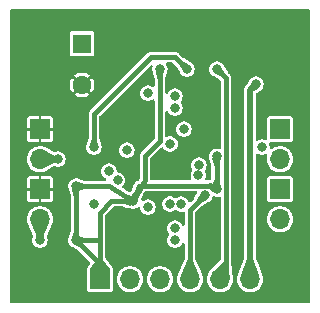
<source format=gbr>
%TF.GenerationSoftware,KiCad,Pcbnew,(7.0.0-rc1-145-gbd6d0b6cb6)*%
%TF.CreationDate,2023-03-28T23:28:49+02:00*%
%TF.ProjectId,2HBR_MINIMAL,32484252-5f4d-4494-9e49-4d414c2e6b69,rev?*%
%TF.SameCoordinates,Original*%
%TF.FileFunction,Copper,L3,Inr*%
%TF.FilePolarity,Positive*%
%FSLAX46Y46*%
G04 Gerber Fmt 4.6, Leading zero omitted, Abs format (unit mm)*
G04 Created by KiCad (PCBNEW (7.0.0-rc1-145-gbd6d0b6cb6)) date 2023-03-28 23:28:49*
%MOMM*%
%LPD*%
G01*
G04 APERTURE LIST*
%TA.AperFunction,ComponentPad*%
%ADD10R,1.700000X1.700000*%
%TD*%
%TA.AperFunction,ComponentPad*%
%ADD11O,1.700000X1.700000*%
%TD*%
%TA.AperFunction,ComponentPad*%
%ADD12R,1.600000X1.600000*%
%TD*%
%TA.AperFunction,ComponentPad*%
%ADD13C,1.600000*%
%TD*%
%TA.AperFunction,ViaPad*%
%ADD14C,0.800000*%
%TD*%
%TA.AperFunction,Conductor*%
%ADD15C,0.400000*%
%TD*%
%TA.AperFunction,Conductor*%
%ADD16C,0.500000*%
%TD*%
%TA.AperFunction,Conductor*%
%ADD17C,0.250000*%
%TD*%
G04 APERTURE END LIST*
D10*
%TO.N,GND*%
%TO.C,J4*%
X124459999Y-106679999D03*
D11*
%TO.N,VIN*%
X124459999Y-109219999D03*
%TD*%
D10*
%TO.N,GND*%
%TO.C,J5*%
X124459999Y-111759999D03*
D11*
%TO.N,VIN*%
X124459999Y-114299999D03*
%TD*%
D10*
%TO.N,U1-OUT1*%
%TO.C,J6*%
X144779999Y-111759999D03*
D11*
%TO.N,U1-OUT2*%
X144779999Y-114299999D03*
%TD*%
D12*
%TO.N,VIN*%
%TO.C,C8*%
X128015999Y-99439348D03*
D13*
%TO.N,GND*%
X128016000Y-102939349D03*
%TD*%
D10*
%TO.N,GNDA*%
%TO.C,J3*%
X129539999Y-119379999D03*
D11*
%TO.N,U1-IN2*%
X132079999Y-119379999D03*
%TO.N,U1-IN1*%
X134619999Y-119379999D03*
%TO.N,U1-EN*%
X137159999Y-119379999D03*
%TO.N,U1-nFault*%
X139699999Y-119379999D03*
%TO.N,U1-VCC*%
X142239999Y-119379999D03*
%TD*%
D10*
%TO.N,U1-OUT1*%
%TO.C,J2*%
X144779999Y-106679999D03*
D11*
%TO.N,U1-OUT2*%
X144779999Y-109219999D03*
%TD*%
D14*
%TO.N,U1-OUT2*%
X135469500Y-113014575D03*
X136398000Y-113030000D03*
%TO.N,U1-OUT1*%
X136652000Y-106680000D03*
X135469500Y-107935364D03*
%TO.N,GNDA*%
X134620000Y-101600000D03*
X139409000Y-111760000D03*
X127508000Y-116078000D03*
X132334000Y-112776000D03*
X127508000Y-111506000D03*
X139409000Y-108966000D03*
%TO.N,U1-VCC*%
X136906000Y-101600000D03*
X129032000Y-108204000D03*
X142748000Y-102870000D03*
%TO.N,VIN*%
X135890000Y-116078000D03*
X135890000Y-115062000D03*
X133604000Y-103632000D03*
X135890000Y-104902000D03*
X124460000Y-116078000D03*
X135890000Y-103886000D03*
X125984000Y-109220000D03*
%TO.N,GND*%
X145034000Y-102362000D03*
X125730000Y-117348000D03*
X141261500Y-111760000D03*
X145034000Y-116840000D03*
X133096000Y-105918000D03*
X127254000Y-107950000D03*
X145034000Y-99314000D03*
X146050000Y-116840000D03*
X145542000Y-104140000D03*
X130556000Y-107950000D03*
X123190000Y-100584000D03*
X132080000Y-97536000D03*
X145034000Y-100838000D03*
X123190000Y-117348000D03*
X127254000Y-106680000D03*
X131572000Y-117094000D03*
X136144000Y-102616000D03*
X145034000Y-97790000D03*
X127254000Y-109220000D03*
X123190000Y-102108000D03*
X144018000Y-116840000D03*
X137414000Y-103124000D03*
X133096000Y-115062000D03*
X123190000Y-98044000D03*
X130302000Y-105918000D03*
X124460000Y-117348000D03*
X141261500Y-108966000D03*
X123190000Y-103124000D03*
X143510000Y-104140000D03*
X123190000Y-99314000D03*
X144526000Y-104140000D03*
%TO.N,U1-nFault*%
X131826000Y-108458000D03*
X139446000Y-101600000D03*
%TO.N,U1-IN2*%
X131026500Y-110998000D03*
%TO.N,U1-IN1*%
X130302000Y-110236000D03*
%TO.N,U1-EN*%
X138430000Y-112268000D03*
%TO.N,U1-IFB*%
X137869048Y-110576383D03*
X137922000Y-109728000D03*
X143256000Y-108204000D03*
X133604000Y-113284000D03*
%TO.N,U1-ISET*%
X129032000Y-113030000D03*
%TD*%
D15*
%TO.N,GNDA*%
X129540000Y-113750000D02*
X129540000Y-116078000D01*
X132334000Y-112776000D02*
X130302000Y-111506000D01*
X134620000Y-107696000D02*
X134620000Y-101600000D01*
X130514000Y-112776000D02*
X129540000Y-113750000D01*
X132334000Y-112776000D02*
X133350000Y-110998000D01*
X127508000Y-111506000D02*
X127508000Y-116078000D01*
X132334000Y-112776000D02*
X130514000Y-112776000D01*
X132879500Y-111468500D02*
X139117500Y-111468500D01*
X133350000Y-108966000D02*
X134620000Y-107696000D01*
X129540000Y-119380000D02*
X129540000Y-116078000D01*
X133350000Y-110998000D02*
X133350000Y-108966000D01*
X129540000Y-118110000D02*
X127508000Y-116078000D01*
X139117500Y-111468500D02*
X139409000Y-111760000D01*
X139409000Y-111760000D02*
X139409000Y-108966000D01*
X127508000Y-116078000D02*
X129540000Y-116078000D01*
X130302000Y-111506000D02*
X127508000Y-111506000D01*
X129540000Y-119380000D02*
X129540000Y-118110000D01*
X132334000Y-112776000D02*
X132879500Y-111468500D01*
%TO.N,U1-VCC*%
X135890000Y-100584000D02*
X133858000Y-100584000D01*
X136906000Y-101600000D02*
X135890000Y-100584000D01*
D16*
X142240000Y-119380000D02*
X142240000Y-103378000D01*
D15*
X129032000Y-105410000D02*
X129032000Y-108204000D01*
X133858000Y-100584000D02*
X129032000Y-105410000D01*
D16*
X142240000Y-103378000D02*
X142748000Y-102870000D01*
D17*
%TO.N,VIN*%
X124460000Y-109220000D02*
X125984000Y-109220000D01*
D15*
X124460000Y-116078000D02*
X124460000Y-114300000D01*
%TO.N,U1-nFault*%
X140208500Y-102362500D02*
X139446000Y-101600000D01*
X139700000Y-119380000D02*
X140208500Y-118871500D01*
X140208500Y-118871500D02*
X140208500Y-102362500D01*
%TO.N,U1-EN*%
X137160000Y-119380000D02*
X137160000Y-113538000D01*
X137160000Y-113538000D02*
X138430000Y-112268000D01*
%TD*%
%TA.AperFunction,Conductor*%
%TO.N,GND*%
G36*
X147257500Y-96537113D02*
G01*
X147302887Y-96582500D01*
X147319500Y-96644500D01*
X147319500Y-121287500D01*
X147302887Y-121349500D01*
X147257500Y-121394887D01*
X147195500Y-121411500D01*
X122044500Y-121411500D01*
X121982500Y-121394887D01*
X121937113Y-121349500D01*
X121920500Y-121287500D01*
X121920500Y-114300000D01*
X123354785Y-114300000D01*
X123355314Y-114305709D01*
X123368942Y-114452789D01*
X123373603Y-114503083D01*
X123375171Y-114508594D01*
X123375173Y-114508604D01*
X123427847Y-114693730D01*
X123427848Y-114693733D01*
X123429418Y-114699250D01*
X123434424Y-114709304D01*
X123434426Y-114709307D01*
X123441772Y-114728448D01*
X123441803Y-114728438D01*
X123442163Y-114729469D01*
X123442900Y-114731387D01*
X123443148Y-114732282D01*
X123443155Y-114732302D01*
X123444245Y-114736227D01*
X123445845Y-114739985D01*
X123856967Y-115705611D01*
X123866546Y-115745129D01*
X123862827Y-115785620D01*
X123861389Y-115791108D01*
X123845875Y-115850305D01*
X123845447Y-115855831D01*
X123844993Y-115858528D01*
X123838658Y-115881903D01*
X123826425Y-115914161D01*
X123826423Y-115914165D01*
X123823763Y-115921182D01*
X123804722Y-116078000D01*
X123805626Y-116085445D01*
X123822858Y-116227370D01*
X123822859Y-116227375D01*
X123823763Y-116234818D01*
X123879780Y-116382523D01*
X123969517Y-116512530D01*
X124087760Y-116617283D01*
X124227635Y-116690696D01*
X124381015Y-116728500D01*
X124531485Y-116728500D01*
X124538985Y-116728500D01*
X124692365Y-116690696D01*
X124832240Y-116617283D01*
X124950483Y-116512530D01*
X125040220Y-116382523D01*
X125096237Y-116234818D01*
X125115278Y-116078000D01*
X126852722Y-116078000D01*
X126853626Y-116085445D01*
X126870858Y-116227370D01*
X126870859Y-116227375D01*
X126871763Y-116234818D01*
X126927780Y-116382523D01*
X127017517Y-116512530D01*
X127135760Y-116617283D01*
X127142399Y-116620767D01*
X127142400Y-116620768D01*
X127210240Y-116656373D01*
X127225703Y-116666856D01*
X127226011Y-116666424D01*
X127230535Y-116669644D01*
X127234755Y-116673257D01*
X127778113Y-116990945D01*
X127803205Y-117010309D01*
X128692491Y-117899594D01*
X128722464Y-117948115D01*
X128727548Y-118004921D01*
X128706667Y-118057994D01*
X128488777Y-118371821D01*
X128488771Y-118371830D01*
X128485701Y-118376253D01*
X128483442Y-118381140D01*
X128483437Y-118381151D01*
X128476876Y-118395353D01*
X128467419Y-118412225D01*
X128460818Y-118422105D01*
X128460816Y-118422108D01*
X128454034Y-118432260D01*
X128451651Y-118444234D01*
X128451651Y-118444236D01*
X128451139Y-118446812D01*
X128448424Y-118456585D01*
X128448572Y-118456625D01*
X128448276Y-118457745D01*
X128446531Y-118464340D01*
X128446074Y-118469715D01*
X128445319Y-118474073D01*
X128444345Y-118480960D01*
X128440688Y-118499346D01*
X128440686Y-118499359D01*
X128439500Y-118505326D01*
X128439500Y-118541284D01*
X128438893Y-118546599D01*
X128439192Y-118547793D01*
X128438764Y-118550054D01*
X128439108Y-118551835D01*
X128439046Y-118552561D01*
X128438300Y-118552497D01*
X128437990Y-118554138D01*
X128439500Y-118554138D01*
X128439500Y-120254674D01*
X128440688Y-120260649D01*
X128440689Y-120260653D01*
X128451650Y-120315759D01*
X128451651Y-120315762D01*
X128454034Y-120327740D01*
X128509399Y-120410601D01*
X128592260Y-120465966D01*
X128665326Y-120480500D01*
X130408579Y-120480500D01*
X130414674Y-120480500D01*
X130487740Y-120465966D01*
X130570601Y-120410601D01*
X130625966Y-120327740D01*
X130640500Y-120254674D01*
X130640500Y-119380000D01*
X130974785Y-119380000D01*
X130993603Y-119583083D01*
X130995171Y-119588594D01*
X130995173Y-119588604D01*
X131047847Y-119773731D01*
X131047849Y-119773737D01*
X131049418Y-119779250D01*
X131140327Y-119961821D01*
X131143779Y-119966392D01*
X131259778Y-120120001D01*
X131259783Y-120120006D01*
X131263236Y-120124579D01*
X131267472Y-120128440D01*
X131267476Y-120128445D01*
X131369227Y-120221203D01*
X131413959Y-120261981D01*
X131587363Y-120369348D01*
X131777544Y-120443024D01*
X131978024Y-120480500D01*
X132176247Y-120480500D01*
X132181976Y-120480500D01*
X132382456Y-120443024D01*
X132572637Y-120369348D01*
X132746041Y-120261981D01*
X132896764Y-120124579D01*
X133019673Y-119961821D01*
X133110582Y-119779250D01*
X133166397Y-119583083D01*
X133185215Y-119380000D01*
X133514785Y-119380000D01*
X133533603Y-119583083D01*
X133535171Y-119588594D01*
X133535173Y-119588604D01*
X133587847Y-119773731D01*
X133587849Y-119773737D01*
X133589418Y-119779250D01*
X133680327Y-119961821D01*
X133683779Y-119966392D01*
X133799778Y-120120001D01*
X133799783Y-120120006D01*
X133803236Y-120124579D01*
X133807472Y-120128440D01*
X133807476Y-120128445D01*
X133909227Y-120221203D01*
X133953959Y-120261981D01*
X134127363Y-120369348D01*
X134317544Y-120443024D01*
X134518024Y-120480500D01*
X134716247Y-120480500D01*
X134721976Y-120480500D01*
X134922456Y-120443024D01*
X135112637Y-120369348D01*
X135286041Y-120261981D01*
X135436764Y-120124579D01*
X135559673Y-119961821D01*
X135650582Y-119779250D01*
X135706397Y-119583083D01*
X135725215Y-119380000D01*
X135706397Y-119176917D01*
X135650582Y-118980750D01*
X135559673Y-118798179D01*
X135511176Y-118733959D01*
X135440221Y-118639998D01*
X135440216Y-118639992D01*
X135436764Y-118635421D01*
X135432527Y-118631558D01*
X135432523Y-118631554D01*
X135290275Y-118501879D01*
X135290276Y-118501879D01*
X135286041Y-118498019D01*
X135281171Y-118495004D01*
X135281169Y-118495002D01*
X135117511Y-118393670D01*
X135117512Y-118393670D01*
X135112637Y-118390652D01*
X135075469Y-118376253D01*
X134927803Y-118319047D01*
X134927798Y-118319045D01*
X134922456Y-118316976D01*
X134916818Y-118315922D01*
X134727605Y-118280552D01*
X134727602Y-118280551D01*
X134721976Y-118279500D01*
X134518024Y-118279500D01*
X134512398Y-118280551D01*
X134512394Y-118280552D01*
X134323181Y-118315922D01*
X134323178Y-118315922D01*
X134317544Y-118316976D01*
X134312203Y-118319044D01*
X134312196Y-118319047D01*
X134132705Y-118388582D01*
X134132700Y-118388584D01*
X134127363Y-118390652D01*
X134122491Y-118393668D01*
X134122488Y-118393670D01*
X133958830Y-118495002D01*
X133958822Y-118495007D01*
X133953959Y-118498019D01*
X133949728Y-118501875D01*
X133949724Y-118501879D01*
X133807476Y-118631554D01*
X133807466Y-118631564D01*
X133803236Y-118635421D01*
X133799787Y-118639987D01*
X133799778Y-118639998D01*
X133683779Y-118793607D01*
X133683776Y-118793611D01*
X133680327Y-118798179D01*
X133677774Y-118803304D01*
X133677772Y-118803309D01*
X133591976Y-118975612D01*
X133589418Y-118980750D01*
X133587850Y-118986258D01*
X133587847Y-118986268D01*
X133535173Y-119171395D01*
X133535170Y-119171406D01*
X133533603Y-119176917D01*
X133514785Y-119380000D01*
X133185215Y-119380000D01*
X133166397Y-119176917D01*
X133110582Y-118980750D01*
X133019673Y-118798179D01*
X132971176Y-118733959D01*
X132900221Y-118639998D01*
X132900216Y-118639992D01*
X132896764Y-118635421D01*
X132892527Y-118631558D01*
X132892523Y-118631554D01*
X132750275Y-118501879D01*
X132750276Y-118501879D01*
X132746041Y-118498019D01*
X132741171Y-118495004D01*
X132741169Y-118495002D01*
X132577511Y-118393670D01*
X132577512Y-118393670D01*
X132572637Y-118390652D01*
X132535469Y-118376253D01*
X132387803Y-118319047D01*
X132387798Y-118319045D01*
X132382456Y-118316976D01*
X132376818Y-118315922D01*
X132187605Y-118280552D01*
X132187602Y-118280551D01*
X132181976Y-118279500D01*
X131978024Y-118279500D01*
X131972398Y-118280551D01*
X131972394Y-118280552D01*
X131783181Y-118315922D01*
X131783178Y-118315922D01*
X131777544Y-118316976D01*
X131772203Y-118319044D01*
X131772196Y-118319047D01*
X131592705Y-118388582D01*
X131592700Y-118388584D01*
X131587363Y-118390652D01*
X131582491Y-118393668D01*
X131582488Y-118393670D01*
X131418830Y-118495002D01*
X131418822Y-118495007D01*
X131413959Y-118498019D01*
X131409728Y-118501875D01*
X131409724Y-118501879D01*
X131267476Y-118631554D01*
X131267466Y-118631564D01*
X131263236Y-118635421D01*
X131259787Y-118639987D01*
X131259778Y-118639998D01*
X131143779Y-118793607D01*
X131143776Y-118793611D01*
X131140327Y-118798179D01*
X131137774Y-118803304D01*
X131137772Y-118803309D01*
X131051976Y-118975612D01*
X131049418Y-118980750D01*
X131047850Y-118986258D01*
X131047847Y-118986268D01*
X130995173Y-119171395D01*
X130995170Y-119171406D01*
X130993603Y-119176917D01*
X130974785Y-119380000D01*
X130640500Y-119380000D01*
X130640500Y-118549006D01*
X130641203Y-118549006D01*
X130640882Y-118547479D01*
X130641106Y-118546589D01*
X130640500Y-118541285D01*
X130640500Y-118505326D01*
X130630846Y-118456797D01*
X130630736Y-118455827D01*
X130630495Y-118455031D01*
X130625966Y-118432260D01*
X130605810Y-118402095D01*
X130598544Y-118389723D01*
X130589280Y-118371627D01*
X130589276Y-118371621D01*
X130586739Y-118366665D01*
X130080910Y-117705196D01*
X130016000Y-117620314D01*
X129997048Y-117584752D01*
X129990500Y-117544990D01*
X129990500Y-116142731D01*
X129991889Y-116130397D01*
X129991553Y-116130372D01*
X129992247Y-116121106D01*
X129994315Y-116112046D01*
X129990847Y-116065770D01*
X129990500Y-116056503D01*
X129990500Y-113987966D01*
X129999939Y-113940513D01*
X130026819Y-113900285D01*
X130664284Y-113262819D01*
X130704512Y-113235939D01*
X130751965Y-113226500D01*
X131466019Y-113226500D01*
X131497455Y-113230550D01*
X131867384Y-113327505D01*
X132106303Y-113390123D01*
X132105971Y-113391387D01*
X132107498Y-113392033D01*
X132107938Y-113390249D01*
X132255015Y-113426500D01*
X132405485Y-113426500D01*
X132412985Y-113426500D01*
X132566365Y-113388696D01*
X132706240Y-113315283D01*
X132751756Y-113274959D01*
X132811631Y-113245806D01*
X132877954Y-113251833D01*
X132931594Y-113291302D01*
X132957079Y-113352828D01*
X132966858Y-113433371D01*
X132966859Y-113433377D01*
X132967763Y-113440818D01*
X132970422Y-113447831D01*
X132970423Y-113447832D01*
X133010270Y-113552902D01*
X133023780Y-113588523D01*
X133028043Y-113594699D01*
X133087884Y-113681395D01*
X133113517Y-113718530D01*
X133119126Y-113723499D01*
X133119127Y-113723500D01*
X133215987Y-113809310D01*
X133231760Y-113823283D01*
X133371635Y-113896696D01*
X133525015Y-113934500D01*
X133675485Y-113934500D01*
X133682985Y-113934500D01*
X133836365Y-113896696D01*
X133976240Y-113823283D01*
X134094483Y-113718530D01*
X134184220Y-113588523D01*
X134240237Y-113440818D01*
X134259278Y-113284000D01*
X134240237Y-113127182D01*
X134184220Y-112979477D01*
X134103999Y-112863256D01*
X134098742Y-112855640D01*
X134098741Y-112855639D01*
X134094483Y-112849470D01*
X134082867Y-112839179D01*
X133981856Y-112749692D01*
X133981854Y-112749690D01*
X133976240Y-112744717D01*
X133969595Y-112741229D01*
X133969593Y-112741228D01*
X133843006Y-112674789D01*
X133843002Y-112674787D01*
X133836365Y-112671304D01*
X133829087Y-112669510D01*
X133829084Y-112669509D01*
X133690267Y-112635294D01*
X133690260Y-112635293D01*
X133682985Y-112633500D01*
X133525015Y-112633500D01*
X133517740Y-112635292D01*
X133517732Y-112635294D01*
X133378915Y-112669509D01*
X133378909Y-112669510D01*
X133371635Y-112671304D01*
X133365000Y-112674786D01*
X133364993Y-112674789D01*
X133232260Y-112744454D01*
X133177172Y-112758632D01*
X133121550Y-112746721D01*
X133077099Y-112711227D01*
X133053173Y-112659621D01*
X133054807Y-112602761D01*
X133055106Y-112601640D01*
X133140433Y-112281087D01*
X133152597Y-112251466D01*
X133306876Y-111981479D01*
X133352299Y-111935751D01*
X133414538Y-111919000D01*
X137662895Y-111919000D01*
X137725042Y-111935698D01*
X137770452Y-111981294D01*
X137786894Y-112043509D01*
X137769941Y-112105587D01*
X137517053Y-112538113D01*
X137497688Y-112563207D01*
X137212052Y-112848843D01*
X137159469Y-112880091D01*
X137098345Y-112882400D01*
X137043555Y-112855208D01*
X137008429Y-112805132D01*
X136980882Y-112732496D01*
X136980881Y-112732494D01*
X136978220Y-112725477D01*
X136888483Y-112595470D01*
X136869552Y-112578699D01*
X136775856Y-112495692D01*
X136775854Y-112495690D01*
X136770240Y-112490717D01*
X136763595Y-112487229D01*
X136763593Y-112487228D01*
X136637006Y-112420789D01*
X136637002Y-112420787D01*
X136630365Y-112417304D01*
X136623087Y-112415510D01*
X136623084Y-112415509D01*
X136484267Y-112381294D01*
X136484260Y-112381293D01*
X136476985Y-112379500D01*
X136319015Y-112379500D01*
X136311740Y-112381292D01*
X136311732Y-112381294D01*
X136172915Y-112415509D01*
X136172909Y-112415510D01*
X136165635Y-112417304D01*
X136159000Y-112420786D01*
X136158993Y-112420789D01*
X136032403Y-112487230D01*
X136032400Y-112487231D01*
X136025760Y-112490717D01*
X136020144Y-112495691D01*
X136013974Y-112499951D01*
X136012631Y-112498006D01*
X135972089Y-112519262D01*
X135912761Y-112519247D01*
X135860231Y-112491672D01*
X135847360Y-112480270D01*
X135847355Y-112480267D01*
X135841740Y-112475292D01*
X135835095Y-112471804D01*
X135835093Y-112471803D01*
X135708506Y-112405364D01*
X135708502Y-112405362D01*
X135701865Y-112401879D01*
X135694587Y-112400085D01*
X135694584Y-112400084D01*
X135555767Y-112365869D01*
X135555760Y-112365868D01*
X135548485Y-112364075D01*
X135390515Y-112364075D01*
X135383240Y-112365867D01*
X135383232Y-112365869D01*
X135244415Y-112400084D01*
X135244409Y-112400085D01*
X135237135Y-112401879D01*
X135230500Y-112405361D01*
X135230493Y-112405364D01*
X135103906Y-112471803D01*
X135103900Y-112471806D01*
X135097260Y-112475292D01*
X135091648Y-112480262D01*
X135091643Y-112480267D01*
X134984627Y-112575074D01*
X134984622Y-112575078D01*
X134979017Y-112580045D01*
X134974762Y-112586209D01*
X134974757Y-112586215D01*
X134893543Y-112703875D01*
X134893540Y-112703878D01*
X134889280Y-112710052D01*
X134886620Y-112717063D01*
X134886618Y-112717069D01*
X134835923Y-112850742D01*
X134833263Y-112857757D01*
X134832359Y-112865197D01*
X134832358Y-112865204D01*
X134818188Y-112981914D01*
X134814222Y-113014575D01*
X134815126Y-113022020D01*
X134832358Y-113163945D01*
X134832359Y-113163950D01*
X134833263Y-113171393D01*
X134835922Y-113178406D01*
X134835923Y-113178407D01*
X134886076Y-113310652D01*
X134889280Y-113319098D01*
X134893543Y-113325274D01*
X134973296Y-113440818D01*
X134979017Y-113449105D01*
X134984626Y-113454074D01*
X134984627Y-113454075D01*
X135065044Y-113525318D01*
X135097260Y-113553858D01*
X135237135Y-113627271D01*
X135306997Y-113644490D01*
X135374257Y-113661068D01*
X135390515Y-113665075D01*
X135540985Y-113665075D01*
X135548485Y-113665075D01*
X135701865Y-113627271D01*
X135841740Y-113553858D01*
X135847358Y-113548880D01*
X135853527Y-113544623D01*
X135854878Y-113546581D01*
X135895336Y-113525330D01*
X135954701Y-113525318D01*
X136007268Y-113552902D01*
X136020139Y-113564304D01*
X136020142Y-113564306D01*
X136025760Y-113569283D01*
X136165635Y-113642696D01*
X136319015Y-113680500D01*
X136469485Y-113680500D01*
X136476985Y-113680500D01*
X136555825Y-113661067D01*
X136611526Y-113660227D01*
X136661973Y-113683854D01*
X136696987Y-113727182D01*
X136709500Y-113781465D01*
X136709500Y-114712245D01*
X136692384Y-114775108D01*
X136645762Y-114820617D01*
X136582503Y-114836209D01*
X136520072Y-114817579D01*
X136475703Y-114769870D01*
X136472880Y-114764492D01*
X136470220Y-114757477D01*
X136380483Y-114627470D01*
X136262240Y-114522717D01*
X136255595Y-114519229D01*
X136255593Y-114519228D01*
X136129006Y-114452789D01*
X136129002Y-114452787D01*
X136122365Y-114449304D01*
X136115087Y-114447510D01*
X136115084Y-114447509D01*
X135976267Y-114413294D01*
X135976260Y-114413293D01*
X135968985Y-114411500D01*
X135811015Y-114411500D01*
X135803740Y-114413292D01*
X135803732Y-114413294D01*
X135664915Y-114447509D01*
X135664909Y-114447510D01*
X135657635Y-114449304D01*
X135651000Y-114452786D01*
X135650993Y-114452789D01*
X135524406Y-114519228D01*
X135524400Y-114519231D01*
X135517760Y-114522717D01*
X135512148Y-114527687D01*
X135512143Y-114527692D01*
X135405127Y-114622499D01*
X135405122Y-114622503D01*
X135399517Y-114627470D01*
X135395262Y-114633634D01*
X135395257Y-114633640D01*
X135314043Y-114751300D01*
X135314040Y-114751303D01*
X135309780Y-114757477D01*
X135307120Y-114764488D01*
X135307118Y-114764494D01*
X135260889Y-114886392D01*
X135253763Y-114905182D01*
X135252859Y-114912622D01*
X135252858Y-114912629D01*
X135237393Y-115040001D01*
X135234722Y-115062000D01*
X135235626Y-115069445D01*
X135252858Y-115211370D01*
X135252859Y-115211375D01*
X135253763Y-115218818D01*
X135309780Y-115366523D01*
X135314041Y-115372696D01*
X135314043Y-115372699D01*
X135399517Y-115496530D01*
X135398081Y-115497521D01*
X135420544Y-115540307D01*
X135420553Y-115599652D01*
X135398085Y-115642481D01*
X135399517Y-115643470D01*
X135314043Y-115767300D01*
X135314040Y-115767303D01*
X135309780Y-115773477D01*
X135307120Y-115780488D01*
X135307118Y-115780494D01*
X135256423Y-115914167D01*
X135253763Y-115921182D01*
X135252859Y-115928622D01*
X135252858Y-115928629D01*
X135252858Y-115928632D01*
X135234722Y-116078000D01*
X135235626Y-116085445D01*
X135252858Y-116227370D01*
X135252859Y-116227375D01*
X135253763Y-116234818D01*
X135309780Y-116382523D01*
X135399517Y-116512530D01*
X135517760Y-116617283D01*
X135657635Y-116690696D01*
X135811015Y-116728500D01*
X135961485Y-116728500D01*
X135968985Y-116728500D01*
X136122365Y-116690696D01*
X136262240Y-116617283D01*
X136380483Y-116512530D01*
X136470220Y-116382523D01*
X136472882Y-116375505D01*
X136475703Y-116370130D01*
X136520072Y-116322421D01*
X136582503Y-116303791D01*
X136645762Y-116319383D01*
X136692384Y-116364892D01*
X136709500Y-116427755D01*
X136709500Y-117590830D01*
X136699590Y-117639405D01*
X136145842Y-118940018D01*
X136145836Y-118940033D01*
X136144244Y-118943774D01*
X136143152Y-118947702D01*
X136143149Y-118947714D01*
X136142897Y-118948623D01*
X136142154Y-118950558D01*
X136141805Y-118951556D01*
X136141775Y-118951545D01*
X136134433Y-118970675D01*
X136131975Y-118975611D01*
X136131969Y-118975625D01*
X136129418Y-118980750D01*
X136127850Y-118986260D01*
X136127848Y-118986266D01*
X136075173Y-119171395D01*
X136075170Y-119171406D01*
X136073603Y-119176917D01*
X136054785Y-119380000D01*
X136073603Y-119583083D01*
X136075171Y-119588594D01*
X136075173Y-119588604D01*
X136127847Y-119773731D01*
X136127849Y-119773737D01*
X136129418Y-119779250D01*
X136220327Y-119961821D01*
X136223779Y-119966392D01*
X136339778Y-120120001D01*
X136339783Y-120120006D01*
X136343236Y-120124579D01*
X136347472Y-120128440D01*
X136347476Y-120128445D01*
X136449227Y-120221203D01*
X136493959Y-120261981D01*
X136667363Y-120369348D01*
X136857544Y-120443024D01*
X137058024Y-120480500D01*
X137256247Y-120480500D01*
X137261976Y-120480500D01*
X137462456Y-120443024D01*
X137652637Y-120369348D01*
X137826041Y-120261981D01*
X137976764Y-120124579D01*
X138099673Y-119961821D01*
X138190582Y-119779250D01*
X138246397Y-119583083D01*
X138265215Y-119380000D01*
X138246397Y-119176917D01*
X138190582Y-118980750D01*
X138188024Y-118975612D01*
X138185570Y-118970683D01*
X138178224Y-118951542D01*
X138178193Y-118951554D01*
X138177822Y-118950496D01*
X138177094Y-118948597D01*
X138175754Y-118943772D01*
X138009165Y-118552497D01*
X137620410Y-117639407D01*
X137610500Y-117590832D01*
X137610500Y-113775966D01*
X137619939Y-113728513D01*
X137646816Y-113688287D01*
X138134802Y-113200299D01*
X138159883Y-113180945D01*
X138703244Y-112863256D01*
X138707463Y-112859643D01*
X138711988Y-112856423D01*
X138712298Y-112856859D01*
X138727754Y-112846376D01*
X138728536Y-112845966D01*
X138802240Y-112807283D01*
X138920483Y-112702530D01*
X139010220Y-112572523D01*
X139054798Y-112454979D01*
X139088510Y-112406138D01*
X139141062Y-112378556D01*
X139200410Y-112378556D01*
X139330015Y-112410500D01*
X139480485Y-112410500D01*
X139487985Y-112410500D01*
X139604326Y-112381824D01*
X139660025Y-112380984D01*
X139710473Y-112404611D01*
X139745487Y-112447939D01*
X139758000Y-112502222D01*
X139758000Y-117705196D01*
X139748591Y-117752577D01*
X139721792Y-117792767D01*
X138930600Y-118585954D01*
X138930594Y-118585960D01*
X138926310Y-118590256D01*
X138922939Y-118595310D01*
X138919084Y-118600020D01*
X138918674Y-118599684D01*
X138905076Y-118615509D01*
X138887470Y-118631559D01*
X138887459Y-118631570D01*
X138883236Y-118635421D01*
X138879789Y-118639984D01*
X138879783Y-118639992D01*
X138763779Y-118793607D01*
X138763776Y-118793611D01*
X138760327Y-118798179D01*
X138757774Y-118803304D01*
X138757772Y-118803309D01*
X138671976Y-118975612D01*
X138669418Y-118980750D01*
X138667850Y-118986258D01*
X138667847Y-118986268D01*
X138615173Y-119171395D01*
X138615170Y-119171406D01*
X138613603Y-119176917D01*
X138594785Y-119380000D01*
X138613603Y-119583083D01*
X138615171Y-119588594D01*
X138615173Y-119588604D01*
X138667847Y-119773731D01*
X138667849Y-119773737D01*
X138669418Y-119779250D01*
X138760327Y-119961821D01*
X138763779Y-119966392D01*
X138879778Y-120120001D01*
X138879783Y-120120006D01*
X138883236Y-120124579D01*
X138887472Y-120128440D01*
X138887476Y-120128445D01*
X138989227Y-120221203D01*
X139033959Y-120261981D01*
X139207363Y-120369348D01*
X139397544Y-120443024D01*
X139598024Y-120480500D01*
X139796247Y-120480500D01*
X139801976Y-120480500D01*
X140002456Y-120443024D01*
X140192637Y-120369348D01*
X140366041Y-120261981D01*
X140516764Y-120124579D01*
X140639673Y-119961821D01*
X140730582Y-119779250D01*
X140786397Y-119583083D01*
X140805215Y-119380000D01*
X141134785Y-119380000D01*
X141153603Y-119583083D01*
X141155171Y-119588594D01*
X141155173Y-119588604D01*
X141207847Y-119773731D01*
X141207849Y-119773737D01*
X141209418Y-119779250D01*
X141300327Y-119961821D01*
X141303779Y-119966392D01*
X141419778Y-120120001D01*
X141419783Y-120120006D01*
X141423236Y-120124579D01*
X141427472Y-120128440D01*
X141427476Y-120128445D01*
X141529227Y-120221203D01*
X141573959Y-120261981D01*
X141747363Y-120369348D01*
X141937544Y-120443024D01*
X142138024Y-120480500D01*
X142336247Y-120480500D01*
X142341976Y-120480500D01*
X142542456Y-120443024D01*
X142732637Y-120369348D01*
X142906041Y-120261981D01*
X143056764Y-120124579D01*
X143179673Y-119961821D01*
X143270582Y-119779250D01*
X143326397Y-119583083D01*
X143345215Y-119380000D01*
X143326397Y-119176917D01*
X143270582Y-118980750D01*
X143267323Y-118974206D01*
X143259867Y-118954883D01*
X143259233Y-118951350D01*
X142890706Y-118004921D01*
X142748951Y-117640873D01*
X142740500Y-117595880D01*
X142740500Y-114300000D01*
X143674785Y-114300000D01*
X143675314Y-114305709D01*
X143688942Y-114452789D01*
X143693603Y-114503083D01*
X143695171Y-114508594D01*
X143695173Y-114508604D01*
X143747847Y-114693731D01*
X143747849Y-114693736D01*
X143749418Y-114699250D01*
X143840327Y-114881821D01*
X143843779Y-114886392D01*
X143959778Y-115040001D01*
X143959783Y-115040006D01*
X143963236Y-115044579D01*
X143967472Y-115048440D01*
X143967476Y-115048445D01*
X144069227Y-115141203D01*
X144113959Y-115181981D01*
X144287363Y-115289348D01*
X144477544Y-115363024D01*
X144678024Y-115400500D01*
X144876247Y-115400500D01*
X144881976Y-115400500D01*
X145082456Y-115363024D01*
X145272637Y-115289348D01*
X145446041Y-115181981D01*
X145596764Y-115044579D01*
X145719673Y-114881821D01*
X145810582Y-114699250D01*
X145866397Y-114503083D01*
X145885215Y-114300000D01*
X145866397Y-114096917D01*
X145810582Y-113900750D01*
X145719673Y-113718179D01*
X145662671Y-113642696D01*
X145600221Y-113559998D01*
X145600217Y-113559994D01*
X145596764Y-113555421D01*
X145592527Y-113551558D01*
X145592523Y-113551554D01*
X145450275Y-113421879D01*
X145450276Y-113421879D01*
X145446041Y-113418019D01*
X145441171Y-113415004D01*
X145441169Y-113415002D01*
X145311190Y-113334523D01*
X145272637Y-113310652D01*
X145203840Y-113284000D01*
X145087803Y-113239047D01*
X145087798Y-113239045D01*
X145082456Y-113236976D01*
X145076818Y-113235922D01*
X144887605Y-113200552D01*
X144887602Y-113200551D01*
X144881976Y-113199500D01*
X144678024Y-113199500D01*
X144672398Y-113200551D01*
X144672394Y-113200552D01*
X144483181Y-113235922D01*
X144483178Y-113235922D01*
X144477544Y-113236976D01*
X144472203Y-113239044D01*
X144472196Y-113239047D01*
X144292705Y-113308582D01*
X144292700Y-113308584D01*
X144287363Y-113310652D01*
X144282491Y-113313668D01*
X144282488Y-113313670D01*
X144118830Y-113415002D01*
X144118822Y-113415007D01*
X144113959Y-113418019D01*
X144109728Y-113421875D01*
X144109724Y-113421879D01*
X143967476Y-113551554D01*
X143967466Y-113551564D01*
X143963236Y-113555421D01*
X143959787Y-113559987D01*
X143959778Y-113559998D01*
X143843779Y-113713607D01*
X143843776Y-113713611D01*
X143840327Y-113718179D01*
X143837774Y-113723304D01*
X143837772Y-113723309D01*
X143753172Y-113893210D01*
X143749418Y-113900750D01*
X143747850Y-113906258D01*
X143747847Y-113906268D01*
X143695173Y-114091395D01*
X143695170Y-114091406D01*
X143693603Y-114096917D01*
X143674785Y-114300000D01*
X142740500Y-114300000D01*
X142740500Y-112634674D01*
X143679500Y-112634674D01*
X143680688Y-112640649D01*
X143680689Y-112640653D01*
X143691650Y-112695759D01*
X143691651Y-112695762D01*
X143694034Y-112707740D01*
X143749399Y-112790601D01*
X143832260Y-112845966D01*
X143905326Y-112860500D01*
X145648579Y-112860500D01*
X145654674Y-112860500D01*
X145727740Y-112845966D01*
X145810601Y-112790601D01*
X145865966Y-112707740D01*
X145880500Y-112634674D01*
X145880500Y-110885326D01*
X145865966Y-110812260D01*
X145810601Y-110729399D01*
X145727740Y-110674034D01*
X145715762Y-110671651D01*
X145715759Y-110671650D01*
X145660653Y-110660689D01*
X145660649Y-110660688D01*
X145654674Y-110659500D01*
X143905326Y-110659500D01*
X143899351Y-110660688D01*
X143899346Y-110660689D01*
X143844240Y-110671650D01*
X143844235Y-110671651D01*
X143832260Y-110674034D01*
X143822105Y-110680819D01*
X143822103Y-110680820D01*
X143759551Y-110722615D01*
X143759548Y-110722617D01*
X143749399Y-110729399D01*
X143742617Y-110739548D01*
X143742615Y-110739551D01*
X143700820Y-110802103D01*
X143700819Y-110802105D01*
X143694034Y-110812260D01*
X143691651Y-110824235D01*
X143691650Y-110824240D01*
X143680689Y-110879346D01*
X143680688Y-110879351D01*
X143679500Y-110885326D01*
X143679500Y-112634674D01*
X142740500Y-112634674D01*
X142740500Y-108873215D01*
X142756494Y-108812299D01*
X142800351Y-108767098D01*
X142860756Y-108749272D01*
X142922125Y-108763418D01*
X143023635Y-108816696D01*
X143177015Y-108854500D01*
X143327485Y-108854500D01*
X143334985Y-108854500D01*
X143488365Y-108816696D01*
X143540584Y-108789288D01*
X143596090Y-108775104D01*
X143652053Y-108787387D01*
X143696520Y-108823517D01*
X143719997Y-108875781D01*
X143717474Y-108933020D01*
X143711146Y-108955262D01*
X143693603Y-109016917D01*
X143693073Y-109022627D01*
X143693073Y-109022632D01*
X143684486Y-109115304D01*
X143674785Y-109220000D01*
X143675314Y-109225709D01*
X143682164Y-109299640D01*
X143693603Y-109423083D01*
X143695171Y-109428594D01*
X143695173Y-109428604D01*
X143747847Y-109613731D01*
X143747849Y-109613737D01*
X143749418Y-109619250D01*
X143766985Y-109654530D01*
X143820882Y-109762771D01*
X143840327Y-109801821D01*
X143843779Y-109806392D01*
X143959778Y-109960001D01*
X143959783Y-109960006D01*
X143963236Y-109964579D01*
X143967472Y-109968440D01*
X143967476Y-109968445D01*
X144037767Y-110032523D01*
X144113959Y-110101981D01*
X144287363Y-110209348D01*
X144477544Y-110283024D01*
X144678024Y-110320500D01*
X144876247Y-110320500D01*
X144881976Y-110320500D01*
X145082456Y-110283024D01*
X145272637Y-110209348D01*
X145446041Y-110101981D01*
X145596764Y-109964579D01*
X145719673Y-109801821D01*
X145810582Y-109619250D01*
X145866397Y-109423083D01*
X145885215Y-109220000D01*
X145866397Y-109016917D01*
X145848854Y-108955262D01*
X145812152Y-108826268D01*
X145810582Y-108820750D01*
X145719673Y-108638179D01*
X145652973Y-108549854D01*
X145600221Y-108479998D01*
X145600217Y-108479994D01*
X145596764Y-108475421D01*
X145592527Y-108471558D01*
X145592523Y-108471554D01*
X145450275Y-108341879D01*
X145450276Y-108341879D01*
X145446041Y-108338019D01*
X145441171Y-108335004D01*
X145441169Y-108335002D01*
X145277511Y-108233670D01*
X145277512Y-108233670D01*
X145272637Y-108230652D01*
X145249813Y-108221810D01*
X145087803Y-108159047D01*
X145087798Y-108159045D01*
X145082456Y-108156976D01*
X145030694Y-108147300D01*
X144887605Y-108120552D01*
X144887602Y-108120551D01*
X144881976Y-108119500D01*
X144678024Y-108119500D01*
X144672398Y-108120551D01*
X144672394Y-108120552D01*
X144483181Y-108155922D01*
X144483178Y-108155922D01*
X144477544Y-108156976D01*
X144472203Y-108159044D01*
X144472196Y-108159047D01*
X144292705Y-108228582D01*
X144292700Y-108228584D01*
X144287363Y-108230652D01*
X144282491Y-108233668D01*
X144282488Y-108233670D01*
X144118839Y-108334997D01*
X144118835Y-108334999D01*
X144113959Y-108338019D01*
X144109719Y-108341883D01*
X144105830Y-108344821D01*
X144053194Y-108367882D01*
X143995815Y-108364737D01*
X143946014Y-108336062D01*
X143914489Y-108288016D01*
X143908009Y-108230919D01*
X143911278Y-108204000D01*
X143892237Y-108047182D01*
X143854801Y-107948471D01*
X143847647Y-107889553D01*
X143868693Y-107834060D01*
X143913117Y-107794703D01*
X143970743Y-107780500D01*
X145648579Y-107780500D01*
X145654674Y-107780500D01*
X145727740Y-107765966D01*
X145810601Y-107710601D01*
X145865966Y-107627740D01*
X145880500Y-107554674D01*
X145880500Y-105805326D01*
X145865966Y-105732260D01*
X145810601Y-105649399D01*
X145727740Y-105594034D01*
X145715762Y-105591651D01*
X145715759Y-105591650D01*
X145660653Y-105580689D01*
X145660649Y-105580688D01*
X145654674Y-105579500D01*
X143905326Y-105579500D01*
X143899351Y-105580688D01*
X143899346Y-105580689D01*
X143844240Y-105591650D01*
X143844235Y-105591651D01*
X143832260Y-105594034D01*
X143822105Y-105600819D01*
X143822103Y-105600820D01*
X143759551Y-105642615D01*
X143759548Y-105642617D01*
X143749399Y-105649399D01*
X143742617Y-105659548D01*
X143742615Y-105659551D01*
X143700820Y-105722103D01*
X143700819Y-105722105D01*
X143694034Y-105732260D01*
X143691651Y-105744235D01*
X143691650Y-105744240D01*
X143680689Y-105799346D01*
X143680688Y-105799351D01*
X143679500Y-105805326D01*
X143679500Y-105811421D01*
X143679500Y-107486499D01*
X143663506Y-107547415D01*
X143619649Y-107592617D01*
X143559243Y-107610442D01*
X143502087Y-107597265D01*
X143502018Y-107597449D01*
X143500678Y-107596941D01*
X143497872Y-107596294D01*
X143488365Y-107591304D01*
X143481087Y-107589510D01*
X143481084Y-107589509D01*
X143342267Y-107555294D01*
X143342260Y-107555293D01*
X143334985Y-107553500D01*
X143177015Y-107553500D01*
X143169740Y-107555292D01*
X143169732Y-107555294D01*
X143030915Y-107589509D01*
X143030909Y-107589510D01*
X143023635Y-107591304D01*
X143017000Y-107594786D01*
X143016993Y-107594789D01*
X142942726Y-107633768D01*
X142922125Y-107644581D01*
X142860756Y-107658728D01*
X142800351Y-107640902D01*
X142756494Y-107595701D01*
X142740500Y-107534785D01*
X142740500Y-103689569D01*
X142758123Y-103625851D01*
X142805980Y-103580247D01*
X143012309Y-103469809D01*
X143017024Y-103466031D01*
X143036922Y-103453010D01*
X143120240Y-103409283D01*
X143238483Y-103304530D01*
X143328220Y-103174523D01*
X143384237Y-103026818D01*
X143403278Y-102870000D01*
X143384237Y-102713182D01*
X143328220Y-102565477D01*
X143260924Y-102467981D01*
X143242742Y-102441640D01*
X143242741Y-102441639D01*
X143238483Y-102435470D01*
X143151660Y-102358552D01*
X143125856Y-102335692D01*
X143125854Y-102335690D01*
X143120240Y-102330717D01*
X143113595Y-102327229D01*
X143113593Y-102327228D01*
X142987006Y-102260789D01*
X142987002Y-102260787D01*
X142980365Y-102257304D01*
X142973087Y-102255510D01*
X142973084Y-102255509D01*
X142834267Y-102221294D01*
X142834260Y-102221293D01*
X142826985Y-102219500D01*
X142669015Y-102219500D01*
X142661740Y-102221292D01*
X142661732Y-102221294D01*
X142522915Y-102255509D01*
X142522909Y-102255510D01*
X142515635Y-102257304D01*
X142509000Y-102260786D01*
X142508993Y-102260789D01*
X142382406Y-102327228D01*
X142382400Y-102327231D01*
X142375760Y-102330717D01*
X142370148Y-102335687D01*
X142370143Y-102335692D01*
X142263127Y-102430499D01*
X142263122Y-102430503D01*
X142257517Y-102435470D01*
X142253262Y-102441634D01*
X142253257Y-102441640D01*
X142172040Y-102559304D01*
X142172037Y-102559309D01*
X142167780Y-102565477D01*
X142165123Y-102572480D01*
X142165116Y-102572495D01*
X142161908Y-102580955D01*
X142150297Y-102603902D01*
X142147100Y-102607966D01*
X142144442Y-102613046D01*
X142144441Y-102613049D01*
X141985771Y-102916400D01*
X141963575Y-102946609D01*
X141933570Y-102976614D01*
X141922957Y-102985167D01*
X141923033Y-102985255D01*
X141916328Y-102991064D01*
X141908872Y-102995857D01*
X141903067Y-103002555D01*
X141903066Y-103002557D01*
X141876353Y-103033385D01*
X141870327Y-103039858D01*
X141863907Y-103046278D01*
X141863902Y-103046283D01*
X141860779Y-103049407D01*
X141858132Y-103052942D01*
X141858117Y-103052960D01*
X141852674Y-103060230D01*
X141847132Y-103067107D01*
X141820429Y-103097925D01*
X141820425Y-103097930D01*
X141814623Y-103104627D01*
X141810940Y-103112689D01*
X141806144Y-103120153D01*
X141806048Y-103120091D01*
X141805667Y-103120732D01*
X141805768Y-103120787D01*
X141801519Y-103128568D01*
X141796204Y-103135669D01*
X141793105Y-103143976D01*
X141793104Y-103143979D01*
X141778852Y-103182191D01*
X141775466Y-103190366D01*
X141758518Y-103227476D01*
X141758516Y-103227482D01*
X141754835Y-103235543D01*
X141753572Y-103244319D01*
X141751075Y-103252827D01*
X141750964Y-103252794D01*
X141750779Y-103253520D01*
X141750892Y-103253545D01*
X141749007Y-103262208D01*
X141745909Y-103270517D01*
X141745276Y-103279360D01*
X141745276Y-103279362D01*
X141742365Y-103320054D01*
X141741420Y-103328843D01*
X141739500Y-103342201D01*
X141739500Y-103346630D01*
X141739500Y-103355692D01*
X141739184Y-103364539D01*
X141736273Y-103405226D01*
X141736273Y-103405231D01*
X141735641Y-103414073D01*
X141737525Y-103422737D01*
X141738159Y-103431586D01*
X141738043Y-103431594D01*
X141739500Y-103445144D01*
X141739500Y-117595880D01*
X141731049Y-117640873D01*
X141222944Y-118945754D01*
X141222941Y-118945763D01*
X141220766Y-118951350D01*
X141220130Y-118954886D01*
X141212676Y-118974206D01*
X141211972Y-118975619D01*
X141211969Y-118975625D01*
X141209418Y-118980750D01*
X141207850Y-118986257D01*
X141207850Y-118986260D01*
X141155173Y-119171395D01*
X141155170Y-119171406D01*
X141153603Y-119176917D01*
X141134785Y-119380000D01*
X140805215Y-119380000D01*
X140803533Y-119361859D01*
X140803302Y-119352017D01*
X140803103Y-119352022D01*
X140803000Y-119347724D01*
X140803195Y-119343432D01*
X140663882Y-117853942D01*
X140662310Y-117848434D01*
X140661253Y-117842800D01*
X140662232Y-117842616D01*
X140659000Y-117819486D01*
X140659000Y-102394761D01*
X140659780Y-102380878D01*
X140662295Y-102358552D01*
X140663770Y-102345465D01*
X140653130Y-102289232D01*
X140652371Y-102284762D01*
X140643848Y-102228213D01*
X140640122Y-102220476D01*
X140638524Y-102212028D01*
X140611806Y-102161477D01*
X140609714Y-102157335D01*
X140584925Y-102105858D01*
X140579082Y-102099560D01*
X140575066Y-102091962D01*
X140534652Y-102051548D01*
X140531434Y-102048208D01*
X140513017Y-102028359D01*
X140492555Y-102006306D01*
X140486546Y-102002836D01*
X140480848Y-101997744D01*
X140378307Y-101895204D01*
X140358942Y-101870109D01*
X140337283Y-101833065D01*
X140041257Y-101326755D01*
X140041508Y-101326607D01*
X140029495Y-101304111D01*
X140028883Y-101302498D01*
X140028881Y-101302494D01*
X140026220Y-101295477D01*
X139936483Y-101165470D01*
X139930872Y-101160499D01*
X139823856Y-101065692D01*
X139823854Y-101065690D01*
X139818240Y-101060717D01*
X139811595Y-101057229D01*
X139811593Y-101057228D01*
X139685006Y-100990789D01*
X139685002Y-100990787D01*
X139678365Y-100987304D01*
X139671087Y-100985510D01*
X139671084Y-100985509D01*
X139532267Y-100951294D01*
X139532260Y-100951293D01*
X139524985Y-100949500D01*
X139367015Y-100949500D01*
X139359740Y-100951292D01*
X139359732Y-100951294D01*
X139220915Y-100985509D01*
X139220909Y-100985510D01*
X139213635Y-100987304D01*
X139207000Y-100990786D01*
X139206993Y-100990789D01*
X139080406Y-101057228D01*
X139080400Y-101057231D01*
X139073760Y-101060717D01*
X139068148Y-101065687D01*
X139068143Y-101065692D01*
X138961127Y-101160499D01*
X138961122Y-101160503D01*
X138955517Y-101165470D01*
X138951262Y-101171634D01*
X138951257Y-101171640D01*
X138870043Y-101289300D01*
X138870040Y-101289303D01*
X138865780Y-101295477D01*
X138863120Y-101302488D01*
X138863118Y-101302494D01*
X138812424Y-101436165D01*
X138809763Y-101443182D01*
X138808859Y-101450622D01*
X138808858Y-101450629D01*
X138792070Y-101588896D01*
X138790722Y-101600000D01*
X138791626Y-101607445D01*
X138808858Y-101749370D01*
X138808859Y-101749373D01*
X138809763Y-101756818D01*
X138812422Y-101763828D01*
X138812423Y-101763832D01*
X138862245Y-101895204D01*
X138865780Y-101904523D01*
X138870043Y-101910699D01*
X138930125Y-101997744D01*
X138955517Y-102034530D01*
X139073760Y-102139283D01*
X139080399Y-102142767D01*
X139080400Y-102142768D01*
X139148240Y-102178373D01*
X139163703Y-102188856D01*
X139164011Y-102188424D01*
X139168535Y-102191644D01*
X139172755Y-102195257D01*
X139434793Y-102348464D01*
X139696587Y-102501529D01*
X139741557Y-102546869D01*
X139758000Y-102608575D01*
X139758000Y-108223778D01*
X139745487Y-108278061D01*
X139710473Y-108321389D01*
X139660025Y-108345016D01*
X139604326Y-108344175D01*
X139562551Y-108333878D01*
X139495266Y-108317294D01*
X139495261Y-108317293D01*
X139487985Y-108315500D01*
X139330015Y-108315500D01*
X139322740Y-108317292D01*
X139322732Y-108317294D01*
X139183915Y-108351509D01*
X139183909Y-108351510D01*
X139176635Y-108353304D01*
X139170000Y-108356786D01*
X139169993Y-108356789D01*
X139043406Y-108423228D01*
X139043400Y-108423231D01*
X139036760Y-108426717D01*
X139031148Y-108431687D01*
X139031143Y-108431692D01*
X138924127Y-108526499D01*
X138924122Y-108526503D01*
X138918517Y-108531470D01*
X138914262Y-108537634D01*
X138914257Y-108537640D01*
X138833043Y-108655300D01*
X138833040Y-108655303D01*
X138828780Y-108661477D01*
X138826120Y-108668488D01*
X138826118Y-108668494D01*
X138775423Y-108802167D01*
X138772763Y-108809182D01*
X138771859Y-108816622D01*
X138771858Y-108816629D01*
X138757726Y-108933020D01*
X138753722Y-108966000D01*
X138754626Y-108973445D01*
X138771858Y-109115370D01*
X138771859Y-109115375D01*
X138772763Y-109122818D01*
X138785542Y-109156513D01*
X138787660Y-109162098D01*
X138793995Y-109185477D01*
X138794448Y-109188169D01*
X138794876Y-109193693D01*
X138796279Y-109199049D01*
X138796281Y-109199056D01*
X138914039Y-109648359D01*
X138954259Y-109801821D01*
X138954449Y-109802544D01*
X138958500Y-109833981D01*
X138958500Y-110892011D01*
X138954453Y-110923432D01*
X138953932Y-110925421D01*
X138929266Y-110973350D01*
X138886594Y-111006284D01*
X138833979Y-111018000D01*
X138790758Y-111018000D01*
X138782965Y-111017755D01*
X138781478Y-111017661D01*
X138777111Y-111017073D01*
X138772716Y-111017108D01*
X138772704Y-111017108D01*
X138708950Y-111017627D01*
X138708918Y-111017628D01*
X138704775Y-111017662D01*
X138703603Y-111017839D01*
X138699553Y-111018000D01*
X138576920Y-111018000D01*
X138519294Y-111003797D01*
X138474870Y-110964440D01*
X138453824Y-110908947D01*
X138460978Y-110850029D01*
X138470685Y-110824433D01*
X138505285Y-110733201D01*
X138524326Y-110576383D01*
X138505285Y-110419565D01*
X138449268Y-110271860D01*
X138441762Y-110260985D01*
X138422320Y-110215349D01*
X138422320Y-110165744D01*
X138441762Y-110120110D01*
X138502220Y-110032523D01*
X138558237Y-109884818D01*
X138577278Y-109728000D01*
X138558237Y-109571182D01*
X138502220Y-109423477D01*
X138412483Y-109293470D01*
X138406872Y-109288499D01*
X138299856Y-109193692D01*
X138299854Y-109193690D01*
X138294240Y-109188717D01*
X138287595Y-109185229D01*
X138287593Y-109185228D01*
X138161006Y-109118789D01*
X138161002Y-109118787D01*
X138154365Y-109115304D01*
X138147087Y-109113510D01*
X138147084Y-109113509D01*
X138008267Y-109079294D01*
X138008260Y-109079293D01*
X138000985Y-109077500D01*
X137843015Y-109077500D01*
X137835740Y-109079292D01*
X137835732Y-109079294D01*
X137696915Y-109113509D01*
X137696909Y-109113510D01*
X137689635Y-109115304D01*
X137683000Y-109118786D01*
X137682993Y-109118789D01*
X137556406Y-109185228D01*
X137556400Y-109185231D01*
X137549760Y-109188717D01*
X137544148Y-109193687D01*
X137544143Y-109193692D01*
X137437127Y-109288499D01*
X137437122Y-109288503D01*
X137431517Y-109293470D01*
X137427262Y-109299634D01*
X137427257Y-109299640D01*
X137346043Y-109417300D01*
X137346040Y-109417303D01*
X137341780Y-109423477D01*
X137339120Y-109430488D01*
X137339118Y-109430494D01*
X137303458Y-109524523D01*
X137285763Y-109571182D01*
X137284859Y-109578622D01*
X137284858Y-109578629D01*
X137275039Y-109659500D01*
X137266722Y-109728000D01*
X137267626Y-109735445D01*
X137284858Y-109877370D01*
X137284859Y-109877375D01*
X137285763Y-109884818D01*
X137288422Y-109891831D01*
X137288423Y-109891832D01*
X137306119Y-109938494D01*
X137341780Y-110032523D01*
X137346043Y-110038699D01*
X137346044Y-110038700D01*
X137349286Y-110043398D01*
X137368728Y-110089034D01*
X137368727Y-110138638D01*
X137349284Y-110184273D01*
X137293090Y-110265684D01*
X137293086Y-110265689D01*
X137288828Y-110271860D01*
X137286168Y-110278871D01*
X137286166Y-110278877D01*
X137235471Y-110412550D01*
X137232811Y-110419565D01*
X137231907Y-110427005D01*
X137231906Y-110427012D01*
X137218976Y-110533505D01*
X137213770Y-110576383D01*
X137214674Y-110583828D01*
X137231906Y-110725753D01*
X137231907Y-110725758D01*
X137232811Y-110733201D01*
X137267337Y-110824240D01*
X137277118Y-110850029D01*
X137284272Y-110908947D01*
X137263226Y-110964440D01*
X137218802Y-111003797D01*
X137161176Y-111018000D01*
X133924500Y-111018000D01*
X133862500Y-111001387D01*
X133817113Y-110956000D01*
X133800500Y-110894000D01*
X133800500Y-109203966D01*
X133809939Y-109156513D01*
X133836819Y-109116285D01*
X134055604Y-108897500D01*
X134712173Y-108240930D01*
X134757636Y-108212020D01*
X134811073Y-108205122D01*
X134862391Y-108221539D01*
X134901901Y-108258173D01*
X134967611Y-108353370D01*
X134979017Y-108369894D01*
X134984626Y-108374863D01*
X134984627Y-108374864D01*
X135043157Y-108426717D01*
X135097260Y-108474647D01*
X135237135Y-108548060D01*
X135390515Y-108585864D01*
X135540985Y-108585864D01*
X135548485Y-108585864D01*
X135701865Y-108548060D01*
X135841740Y-108474647D01*
X135959983Y-108369894D01*
X136049720Y-108239887D01*
X136105737Y-108092182D01*
X136124778Y-107935364D01*
X136105737Y-107778546D01*
X136049720Y-107630841D01*
X135959983Y-107500834D01*
X135943802Y-107486499D01*
X135847356Y-107401056D01*
X135847354Y-107401054D01*
X135841740Y-107396081D01*
X135835095Y-107392593D01*
X135835093Y-107392592D01*
X135708506Y-107326153D01*
X135708502Y-107326151D01*
X135701865Y-107322668D01*
X135694587Y-107320874D01*
X135694584Y-107320873D01*
X135555767Y-107286658D01*
X135555760Y-107286657D01*
X135548485Y-107284864D01*
X135390515Y-107284864D01*
X135383240Y-107286656D01*
X135383232Y-107286658D01*
X135244412Y-107320874D01*
X135244408Y-107320875D01*
X135237135Y-107322668D01*
X135235592Y-107323477D01*
X135179553Y-107330282D01*
X135124060Y-107309236D01*
X135084703Y-107264812D01*
X135070500Y-107207186D01*
X135070500Y-106680000D01*
X135996722Y-106680000D01*
X135997626Y-106687445D01*
X136014858Y-106829370D01*
X136014859Y-106829375D01*
X136015763Y-106836818D01*
X136071780Y-106984523D01*
X136161517Y-107114530D01*
X136279760Y-107219283D01*
X136419635Y-107292696D01*
X136573015Y-107330500D01*
X136723485Y-107330500D01*
X136730985Y-107330500D01*
X136884365Y-107292696D01*
X137024240Y-107219283D01*
X137142483Y-107114530D01*
X137232220Y-106984523D01*
X137288237Y-106836818D01*
X137307278Y-106680000D01*
X137288237Y-106523182D01*
X137232220Y-106375477D01*
X137142483Y-106245470D01*
X137024240Y-106140717D01*
X137017595Y-106137229D01*
X137017593Y-106137228D01*
X136891006Y-106070789D01*
X136891002Y-106070787D01*
X136884365Y-106067304D01*
X136877087Y-106065510D01*
X136877084Y-106065509D01*
X136738267Y-106031294D01*
X136738260Y-106031293D01*
X136730985Y-106029500D01*
X136573015Y-106029500D01*
X136565740Y-106031292D01*
X136565732Y-106031294D01*
X136426915Y-106065509D01*
X136426909Y-106065510D01*
X136419635Y-106067304D01*
X136413000Y-106070786D01*
X136412993Y-106070789D01*
X136286406Y-106137228D01*
X136286400Y-106137231D01*
X136279760Y-106140717D01*
X136274148Y-106145687D01*
X136274143Y-106145692D01*
X136167127Y-106240499D01*
X136167122Y-106240503D01*
X136161517Y-106245470D01*
X136157262Y-106251634D01*
X136157257Y-106251640D01*
X136076043Y-106369300D01*
X136076040Y-106369303D01*
X136071780Y-106375477D01*
X136069120Y-106382488D01*
X136069118Y-106382494D01*
X136018423Y-106516167D01*
X136015763Y-106523182D01*
X136014859Y-106530622D01*
X136014858Y-106530629D01*
X135998070Y-106668896D01*
X135996722Y-106680000D01*
X135070500Y-106680000D01*
X135070500Y-105251755D01*
X135087616Y-105188892D01*
X135134238Y-105143383D01*
X135197497Y-105127791D01*
X135259928Y-105146421D01*
X135304297Y-105194130D01*
X135307118Y-105199505D01*
X135309780Y-105206523D01*
X135399517Y-105336530D01*
X135405126Y-105341499D01*
X135405127Y-105341500D01*
X135470327Y-105399262D01*
X135517760Y-105441283D01*
X135657635Y-105514696D01*
X135811015Y-105552500D01*
X135961485Y-105552500D01*
X135968985Y-105552500D01*
X136122365Y-105514696D01*
X136262240Y-105441283D01*
X136380483Y-105336530D01*
X136470220Y-105206523D01*
X136526237Y-105058818D01*
X136545278Y-104902000D01*
X136526237Y-104745182D01*
X136470220Y-104597477D01*
X136380483Y-104467470D01*
X136381917Y-104466480D01*
X136359448Y-104423659D01*
X136359457Y-104364299D01*
X136381921Y-104321522D01*
X136380483Y-104320530D01*
X136407972Y-104280705D01*
X136470220Y-104190523D01*
X136526237Y-104042818D01*
X136545278Y-103886000D01*
X136526237Y-103729182D01*
X136470220Y-103581477D01*
X136396850Y-103475182D01*
X136384742Y-103457640D01*
X136384741Y-103457639D01*
X136380483Y-103451470D01*
X136374872Y-103446499D01*
X136267856Y-103351692D01*
X136267854Y-103351690D01*
X136262240Y-103346717D01*
X136255595Y-103343229D01*
X136255593Y-103343228D01*
X136129006Y-103276789D01*
X136129002Y-103276787D01*
X136122365Y-103273304D01*
X136115087Y-103271510D01*
X136115084Y-103271509D01*
X135976267Y-103237294D01*
X135976260Y-103237293D01*
X135968985Y-103235500D01*
X135811015Y-103235500D01*
X135803740Y-103237292D01*
X135803732Y-103237294D01*
X135664915Y-103271509D01*
X135664909Y-103271510D01*
X135657635Y-103273304D01*
X135651000Y-103276786D01*
X135650993Y-103276789D01*
X135524406Y-103343228D01*
X135524400Y-103343231D01*
X135517760Y-103346717D01*
X135512148Y-103351687D01*
X135512143Y-103351692D01*
X135405127Y-103446499D01*
X135405122Y-103446503D01*
X135399517Y-103451470D01*
X135395262Y-103457634D01*
X135395257Y-103457640D01*
X135314041Y-103575303D01*
X135314039Y-103575306D01*
X135309780Y-103581477D01*
X135307120Y-103588490D01*
X135304297Y-103593870D01*
X135259928Y-103641579D01*
X135197497Y-103660209D01*
X135134238Y-103644617D01*
X135087616Y-103599108D01*
X135070500Y-103536245D01*
X135070500Y-102467981D01*
X135074551Y-102436544D01*
X135234123Y-101827696D01*
X135234551Y-101822154D01*
X135235000Y-101819492D01*
X135241339Y-101796098D01*
X135256237Y-101756818D01*
X135275278Y-101600000D01*
X135256237Y-101443182D01*
X135200220Y-101295477D01*
X135154292Y-101228939D01*
X135132569Y-101165987D01*
X135146547Y-101100874D01*
X135192193Y-101052383D01*
X135256343Y-101034500D01*
X135652034Y-101034500D01*
X135699487Y-101043939D01*
X135739715Y-101070819D01*
X135973689Y-101304792D01*
X135993054Y-101329886D01*
X136310742Y-101873244D01*
X136310491Y-101873390D01*
X136322501Y-101895880D01*
X136323117Y-101897505D01*
X136323121Y-101897513D01*
X136325780Y-101904523D01*
X136330039Y-101910693D01*
X136390125Y-101997744D01*
X136415517Y-102034530D01*
X136421126Y-102039499D01*
X136421127Y-102039500D01*
X136496030Y-102105858D01*
X136533760Y-102139283D01*
X136673635Y-102212696D01*
X136827015Y-102250500D01*
X136977485Y-102250500D01*
X136984985Y-102250500D01*
X137138365Y-102212696D01*
X137278240Y-102139283D01*
X137396483Y-102034530D01*
X137486220Y-101904523D01*
X137542237Y-101756818D01*
X137561278Y-101600000D01*
X137542237Y-101443182D01*
X137486220Y-101295477D01*
X137396483Y-101165470D01*
X137390872Y-101160499D01*
X137283852Y-101065688D01*
X137283848Y-101065685D01*
X137278240Y-101060717D01*
X137228289Y-101034500D01*
X137203755Y-101021623D01*
X137188290Y-101011141D01*
X137187984Y-101011572D01*
X137183464Y-101008355D01*
X137179244Y-101004742D01*
X136635886Y-100687053D01*
X136610792Y-100667688D01*
X136231368Y-100288265D01*
X136222102Y-100277896D01*
X136205676Y-100257298D01*
X136205672Y-100257294D01*
X136199879Y-100250030D01*
X136152643Y-100217825D01*
X136148870Y-100215148D01*
X136142843Y-100210700D01*
X136102882Y-100181207D01*
X136094775Y-100178370D01*
X136087673Y-100173528D01*
X136078798Y-100170790D01*
X136078795Y-100170789D01*
X136033049Y-100156679D01*
X136028644Y-100155230D01*
X136028195Y-100155073D01*
X136005890Y-100147268D01*
X135983465Y-100139421D01*
X135983463Y-100139420D01*
X135974699Y-100136354D01*
X135966113Y-100136032D01*
X135957902Y-100133500D01*
X135948612Y-100133500D01*
X135900738Y-100133500D01*
X135896101Y-100133413D01*
X135848280Y-100131623D01*
X135848275Y-100131623D01*
X135838990Y-100131276D01*
X135832287Y-100133071D01*
X135824658Y-100133500D01*
X133890261Y-100133500D01*
X133876378Y-100132720D01*
X133850195Y-100129770D01*
X133840965Y-100128730D01*
X133831843Y-100130455D01*
X133831835Y-100130456D01*
X133784782Y-100139358D01*
X133780218Y-100140134D01*
X133732894Y-100147268D01*
X133732893Y-100147268D01*
X133723713Y-100148652D01*
X133715976Y-100152377D01*
X133707529Y-100153976D01*
X133699319Y-100158314D01*
X133699319Y-100158315D01*
X133656963Y-100180700D01*
X133652833Y-100182784D01*
X133601358Y-100207575D01*
X133595059Y-100213418D01*
X133587463Y-100217434D01*
X133580902Y-100223994D01*
X133580895Y-100224000D01*
X133547058Y-100257837D01*
X133543722Y-100261051D01*
X133508615Y-100293626D01*
X133508611Y-100293630D01*
X133501806Y-100299945D01*
X133498337Y-100305951D01*
X133493239Y-100311656D01*
X128736263Y-105068632D01*
X128725898Y-105077895D01*
X128705297Y-105094324D01*
X128705291Y-105094329D01*
X128698030Y-105100121D01*
X128692797Y-105107795D01*
X128692796Y-105107797D01*
X128665824Y-105147356D01*
X128663144Y-105151132D01*
X128634724Y-105189641D01*
X128634721Y-105189646D01*
X128629207Y-105197118D01*
X128626370Y-105205224D01*
X128621528Y-105212327D01*
X128618791Y-105221199D01*
X128618788Y-105221206D01*
X128604672Y-105266968D01*
X128603225Y-105271367D01*
X128587422Y-105316532D01*
X128584354Y-105325301D01*
X128584032Y-105333886D01*
X128581500Y-105342098D01*
X128581500Y-105351385D01*
X128581500Y-105399262D01*
X128581413Y-105403899D01*
X128579623Y-105451719D01*
X128579623Y-105451723D01*
X128579276Y-105461010D01*
X128581071Y-105467712D01*
X128581500Y-105475342D01*
X128581500Y-107336011D01*
X128577449Y-107367448D01*
X128419280Y-107970940D01*
X128419278Y-107970951D01*
X128417875Y-107976305D01*
X128417447Y-107981827D01*
X128416993Y-107984527D01*
X128410658Y-108007903D01*
X128398425Y-108040161D01*
X128398423Y-108040165D01*
X128395763Y-108047182D01*
X128394858Y-108054628D01*
X128394858Y-108054632D01*
X128378442Y-108189826D01*
X128376722Y-108204000D01*
X128377626Y-108211445D01*
X128394858Y-108353370D01*
X128394859Y-108353375D01*
X128395763Y-108360818D01*
X128398422Y-108367831D01*
X128398423Y-108367832D01*
X128438932Y-108474647D01*
X128451780Y-108508523D01*
X128456043Y-108514699D01*
X128531923Y-108624632D01*
X128541517Y-108638530D01*
X128547126Y-108643499D01*
X128547127Y-108643500D01*
X128618953Y-108707132D01*
X128659760Y-108743283D01*
X128799635Y-108816696D01*
X128953015Y-108854500D01*
X129103485Y-108854500D01*
X129110985Y-108854500D01*
X129264365Y-108816696D01*
X129404240Y-108743283D01*
X129522483Y-108638530D01*
X129612220Y-108508523D01*
X129631381Y-108458000D01*
X131170722Y-108458000D01*
X131171626Y-108465445D01*
X131188858Y-108607370D01*
X131188859Y-108607375D01*
X131189763Y-108614818D01*
X131192422Y-108621831D01*
X131192423Y-108621832D01*
X131242661Y-108754301D01*
X131245780Y-108762523D01*
X131250043Y-108768699D01*
X131322184Y-108873215D01*
X131335517Y-108892530D01*
X131341126Y-108897499D01*
X131341127Y-108897500D01*
X131406327Y-108955262D01*
X131453760Y-108997283D01*
X131593635Y-109070696D01*
X131747015Y-109108500D01*
X131897485Y-109108500D01*
X131904985Y-109108500D01*
X132058365Y-109070696D01*
X132198240Y-108997283D01*
X132316483Y-108892530D01*
X132406220Y-108762523D01*
X132462237Y-108614818D01*
X132481278Y-108458000D01*
X132462237Y-108301182D01*
X132406220Y-108153477D01*
X132348075Y-108069239D01*
X132320742Y-108029640D01*
X132320741Y-108029639D01*
X132316483Y-108023470D01*
X132298910Y-108007902D01*
X132203856Y-107923692D01*
X132203854Y-107923690D01*
X132198240Y-107918717D01*
X132191595Y-107915229D01*
X132191593Y-107915228D01*
X132065006Y-107848789D01*
X132065002Y-107848787D01*
X132058365Y-107845304D01*
X132051087Y-107843510D01*
X132051084Y-107843509D01*
X131912267Y-107809294D01*
X131912260Y-107809293D01*
X131904985Y-107807500D01*
X131747015Y-107807500D01*
X131739740Y-107809292D01*
X131739732Y-107809294D01*
X131600915Y-107843509D01*
X131600909Y-107843510D01*
X131593635Y-107845304D01*
X131587000Y-107848786D01*
X131586993Y-107848789D01*
X131460406Y-107915228D01*
X131460400Y-107915231D01*
X131453760Y-107918717D01*
X131448148Y-107923687D01*
X131448143Y-107923692D01*
X131341127Y-108018499D01*
X131341122Y-108018503D01*
X131335517Y-108023470D01*
X131331262Y-108029634D01*
X131331257Y-108029640D01*
X131250043Y-108147300D01*
X131250040Y-108147303D01*
X131245780Y-108153477D01*
X131243120Y-108160488D01*
X131243118Y-108160494D01*
X131194756Y-108288016D01*
X131189763Y-108301182D01*
X131188859Y-108308622D01*
X131188858Y-108308629D01*
X131180816Y-108374864D01*
X131170722Y-108458000D01*
X129631381Y-108458000D01*
X129668237Y-108360818D01*
X129687278Y-108204000D01*
X129668237Y-108047182D01*
X129653335Y-108007889D01*
X129647001Y-107984513D01*
X129646552Y-107981848D01*
X129646123Y-107976303D01*
X129486550Y-107367455D01*
X129482500Y-107336019D01*
X129482500Y-105647966D01*
X129491939Y-105600513D01*
X129518819Y-105560285D01*
X130526859Y-104552245D01*
X133787819Y-101291283D01*
X133845822Y-101258569D01*
X133912386Y-101260580D01*
X133968311Y-101296737D01*
X133997466Y-101356611D01*
X133991442Y-101422932D01*
X133986423Y-101436165D01*
X133986423Y-101436167D01*
X133983763Y-101443182D01*
X133982859Y-101450622D01*
X133982858Y-101450629D01*
X133966070Y-101588896D01*
X133964722Y-101600000D01*
X133965626Y-101607445D01*
X133982858Y-101749370D01*
X133982859Y-101749373D01*
X133983763Y-101756818D01*
X133998660Y-101796098D01*
X134004995Y-101819477D01*
X134005448Y-101822169D01*
X134005876Y-101827693D01*
X134007279Y-101833049D01*
X134007281Y-101833056D01*
X134130660Y-102303807D01*
X134165167Y-102435470D01*
X134165449Y-102436544D01*
X134169500Y-102467981D01*
X134169500Y-102990951D01*
X134151617Y-103055100D01*
X134103127Y-103100747D01*
X134038015Y-103114725D01*
X133977520Y-103093851D01*
X133976240Y-103092717D01*
X133969595Y-103089229D01*
X133969593Y-103089228D01*
X133843006Y-103022789D01*
X133843002Y-103022787D01*
X133836365Y-103019304D01*
X133829087Y-103017510D01*
X133829084Y-103017509D01*
X133690267Y-102983294D01*
X133690260Y-102983293D01*
X133682985Y-102981500D01*
X133525015Y-102981500D01*
X133517740Y-102983292D01*
X133517732Y-102983294D01*
X133378915Y-103017509D01*
X133378909Y-103017510D01*
X133371635Y-103019304D01*
X133365000Y-103022786D01*
X133364993Y-103022789D01*
X133238406Y-103089228D01*
X133238400Y-103089231D01*
X133231760Y-103092717D01*
X133226148Y-103097687D01*
X133226143Y-103097692D01*
X133119127Y-103192499D01*
X133119122Y-103192503D01*
X133113517Y-103197470D01*
X133109262Y-103203634D01*
X133109257Y-103203640D01*
X133028043Y-103321300D01*
X133028040Y-103321303D01*
X133023780Y-103327477D01*
X133021120Y-103334488D01*
X133021118Y-103334494D01*
X132971150Y-103466250D01*
X132967763Y-103475182D01*
X132966859Y-103482622D01*
X132966858Y-103482629D01*
X132953352Y-103593870D01*
X132948722Y-103632000D01*
X132949626Y-103639445D01*
X132966858Y-103781370D01*
X132966859Y-103781375D01*
X132967763Y-103788818D01*
X132970422Y-103795831D01*
X132970423Y-103795832D01*
X133015952Y-103915884D01*
X133023780Y-103936523D01*
X133028043Y-103942699D01*
X133097149Y-104042818D01*
X133113517Y-104066530D01*
X133119126Y-104071499D01*
X133119127Y-104071500D01*
X133182206Y-104127383D01*
X133231760Y-104171283D01*
X133371635Y-104244696D01*
X133525015Y-104282500D01*
X133675485Y-104282500D01*
X133682985Y-104282500D01*
X133836365Y-104244696D01*
X133976240Y-104171283D01*
X133977520Y-104170148D01*
X134038015Y-104149275D01*
X134103127Y-104163253D01*
X134151617Y-104208900D01*
X134169500Y-104273049D01*
X134169500Y-107458035D01*
X134160061Y-107505488D01*
X134133181Y-107545716D01*
X133054263Y-108624632D01*
X133043898Y-108633895D01*
X133023297Y-108650324D01*
X133023291Y-108650329D01*
X133016030Y-108656121D01*
X133010797Y-108663795D01*
X133010796Y-108663797D01*
X132983824Y-108703356D01*
X132981144Y-108707132D01*
X132952724Y-108745641D01*
X132952721Y-108745646D01*
X132947207Y-108753118D01*
X132944370Y-108761224D01*
X132939528Y-108768327D01*
X132936791Y-108777199D01*
X132936788Y-108777206D01*
X132922672Y-108822968D01*
X132921225Y-108827367D01*
X132905422Y-108872532D01*
X132902354Y-108881301D01*
X132902032Y-108889886D01*
X132899500Y-108898098D01*
X132899500Y-108907385D01*
X132899500Y-108955262D01*
X132899413Y-108959899D01*
X132897623Y-109007719D01*
X132897623Y-109007723D01*
X132897276Y-109017010D01*
X132899071Y-109023712D01*
X132899500Y-109031342D01*
X132899500Y-110845433D01*
X132883162Y-110906953D01*
X132873746Y-110923432D01*
X132847050Y-110970150D01*
X132809471Y-111010923D01*
X132757878Y-111031242D01*
X132754400Y-111031766D01*
X132754393Y-111031768D01*
X132745213Y-111033152D01*
X132736846Y-111037180D01*
X132736843Y-111037182D01*
X132728352Y-111041271D01*
X132708590Y-111048785D01*
X132699534Y-111051369D01*
X132699525Y-111051372D01*
X132690596Y-111053921D01*
X132682815Y-111058986D01*
X132682808Y-111058990D01*
X132664628Y-111070827D01*
X132650777Y-111078629D01*
X132631227Y-111088044D01*
X132631223Y-111088046D01*
X132622858Y-111092075D01*
X132616053Y-111098388D01*
X132616048Y-111098392D01*
X132609143Y-111104799D01*
X132592472Y-111117805D01*
X132584577Y-111122945D01*
X132584566Y-111122953D01*
X132576788Y-111128019D01*
X132570845Y-111135153D01*
X132570841Y-111135158D01*
X132556952Y-111151835D01*
X132546015Y-111163374D01*
X132530114Y-111178127D01*
X132530111Y-111178130D01*
X132523306Y-111184445D01*
X132518665Y-111192482D01*
X132518660Y-111192489D01*
X132513947Y-111200653D01*
X132501853Y-111217993D01*
X132495825Y-111225231D01*
X132495822Y-111225234D01*
X132489879Y-111232372D01*
X132486302Y-111240944D01*
X132486299Y-111240950D01*
X132477948Y-111260967D01*
X132470899Y-111275215D01*
X132455404Y-111302055D01*
X132453337Y-111311108D01*
X132453336Y-111311112D01*
X132451239Y-111320298D01*
X132444789Y-111340444D01*
X132252378Y-111801633D01*
X132236513Y-111829115D01*
X132144432Y-111949775D01*
X132106783Y-111982548D01*
X132059262Y-111997821D01*
X132009569Y-111993120D01*
X131951498Y-111975348D01*
X131871986Y-111951014D01*
X131842554Y-111937594D01*
X131458084Y-111697301D01*
X131417942Y-111656718D01*
X131400233Y-111602453D01*
X131408710Y-111546003D01*
X131441577Y-111499333D01*
X131442455Y-111498555D01*
X131516983Y-111432530D01*
X131606720Y-111302523D01*
X131662737Y-111154818D01*
X131681778Y-110998000D01*
X131662737Y-110841182D01*
X131606720Y-110693477D01*
X131516983Y-110563470D01*
X131398740Y-110458717D01*
X131392095Y-110455229D01*
X131392093Y-110455228D01*
X131265506Y-110388789D01*
X131265502Y-110388787D01*
X131258865Y-110385304D01*
X131251587Y-110383510D01*
X131251584Y-110383509D01*
X131112767Y-110349294D01*
X131112760Y-110349293D01*
X131105485Y-110347500D01*
X131080374Y-110347500D01*
X131018374Y-110330887D01*
X130972987Y-110285500D01*
X130959646Y-110235712D01*
X130957278Y-110236000D01*
X130938237Y-110079182D01*
X130882220Y-109931477D01*
X130813911Y-109832514D01*
X130796742Y-109807640D01*
X130796741Y-109807639D01*
X130792483Y-109801470D01*
X130786872Y-109796499D01*
X130679856Y-109701692D01*
X130679854Y-109701690D01*
X130674240Y-109696717D01*
X130667595Y-109693229D01*
X130667593Y-109693228D01*
X130541006Y-109626789D01*
X130541002Y-109626787D01*
X130534365Y-109623304D01*
X130527087Y-109621510D01*
X130527084Y-109621509D01*
X130388267Y-109587294D01*
X130388260Y-109587293D01*
X130380985Y-109585500D01*
X130223015Y-109585500D01*
X130215740Y-109587292D01*
X130215732Y-109587294D01*
X130076915Y-109621509D01*
X130076909Y-109621510D01*
X130069635Y-109623304D01*
X130063000Y-109626786D01*
X130062993Y-109626789D01*
X129936406Y-109693228D01*
X129936400Y-109693231D01*
X129929760Y-109696717D01*
X129924148Y-109701687D01*
X129924143Y-109701692D01*
X129817127Y-109796499D01*
X129817122Y-109796503D01*
X129811517Y-109801470D01*
X129807262Y-109807634D01*
X129807257Y-109807640D01*
X129726043Y-109925300D01*
X129726040Y-109925303D01*
X129721780Y-109931477D01*
X129719120Y-109938488D01*
X129719118Y-109938494D01*
X129679334Y-110043398D01*
X129665763Y-110079182D01*
X129664859Y-110086622D01*
X129664858Y-110086629D01*
X129654750Y-110169880D01*
X129646722Y-110236000D01*
X129647626Y-110243445D01*
X129664858Y-110385370D01*
X129664859Y-110385375D01*
X129665763Y-110392818D01*
X129721780Y-110540523D01*
X129726043Y-110546699D01*
X129804248Y-110660000D01*
X129811517Y-110670530D01*
X129817126Y-110675499D01*
X129817127Y-110675500D01*
X129873851Y-110725753D01*
X129929760Y-110775283D01*
X129936402Y-110778769D01*
X129936405Y-110778771D01*
X130018207Y-110821704D01*
X130065915Y-110866073D01*
X130084545Y-110928504D01*
X130068953Y-110991762D01*
X130023444Y-111038384D01*
X129960581Y-111055500D01*
X128375983Y-111055500D01*
X128344546Y-111051449D01*
X128306330Y-111041433D01*
X128306329Y-111041433D01*
X127735693Y-110891876D01*
X127736021Y-110890624D01*
X127734493Y-110889977D01*
X127734057Y-110891749D01*
X127586985Y-110855500D01*
X127429015Y-110855500D01*
X127421740Y-110857292D01*
X127421732Y-110857294D01*
X127282915Y-110891509D01*
X127282909Y-110891510D01*
X127275635Y-110893304D01*
X127269000Y-110896786D01*
X127268993Y-110896789D01*
X127142406Y-110963228D01*
X127142400Y-110963231D01*
X127135760Y-110966717D01*
X127130148Y-110971687D01*
X127130143Y-110971692D01*
X127023127Y-111066499D01*
X127023122Y-111066503D01*
X127017517Y-111071470D01*
X127013262Y-111077634D01*
X127013257Y-111077640D01*
X126932043Y-111195300D01*
X126932040Y-111195303D01*
X126927780Y-111201477D01*
X126925120Y-111208488D01*
X126925118Y-111208494D01*
X126874423Y-111342167D01*
X126871763Y-111349182D01*
X126870859Y-111356622D01*
X126870858Y-111356629D01*
X126861039Y-111437500D01*
X126852722Y-111506000D01*
X126853626Y-111513445D01*
X126870858Y-111655370D01*
X126870859Y-111655375D01*
X126871763Y-111662818D01*
X126874422Y-111669828D01*
X126886660Y-111702098D01*
X126892995Y-111725477D01*
X126893448Y-111728169D01*
X126893876Y-111733693D01*
X126895279Y-111739049D01*
X126895281Y-111739056D01*
X127053449Y-112342544D01*
X127057500Y-112373981D01*
X127057500Y-115210011D01*
X127053449Y-115241448D01*
X126895280Y-115844940D01*
X126895278Y-115844951D01*
X126893875Y-115850305D01*
X126893447Y-115855827D01*
X126892993Y-115858527D01*
X126886658Y-115881903D01*
X126874425Y-115914161D01*
X126874423Y-115914165D01*
X126871763Y-115921182D01*
X126852722Y-116078000D01*
X125115278Y-116078000D01*
X125096237Y-115921182D01*
X125081335Y-115881889D01*
X125075002Y-115858518D01*
X125074552Y-115855847D01*
X125074123Y-115850303D01*
X125057170Y-115785624D01*
X125053450Y-115745132D01*
X125063028Y-115705615D01*
X125475754Y-114736227D01*
X125477090Y-114731413D01*
X125477822Y-114729506D01*
X125478196Y-114728439D01*
X125478227Y-114728450D01*
X125485575Y-114709304D01*
X125490582Y-114699250D01*
X125546397Y-114503083D01*
X125565215Y-114300000D01*
X125546397Y-114096917D01*
X125490582Y-113900750D01*
X125399673Y-113718179D01*
X125342671Y-113642696D01*
X125280221Y-113559998D01*
X125280217Y-113559994D01*
X125276764Y-113555421D01*
X125272527Y-113551558D01*
X125272523Y-113551554D01*
X125130275Y-113421879D01*
X125130276Y-113421879D01*
X125126041Y-113418019D01*
X125121171Y-113415004D01*
X125121169Y-113415002D01*
X124991190Y-113334523D01*
X124952637Y-113310652D01*
X124883840Y-113284000D01*
X124767803Y-113239047D01*
X124767798Y-113239045D01*
X124762456Y-113236976D01*
X124756818Y-113235922D01*
X124567605Y-113200552D01*
X124567602Y-113200551D01*
X124561976Y-113199500D01*
X124358024Y-113199500D01*
X124352398Y-113200551D01*
X124352394Y-113200552D01*
X124163181Y-113235922D01*
X124163178Y-113235922D01*
X124157544Y-113236976D01*
X124152203Y-113239044D01*
X124152196Y-113239047D01*
X123972705Y-113308582D01*
X123972700Y-113308584D01*
X123967363Y-113310652D01*
X123962491Y-113313668D01*
X123962488Y-113313670D01*
X123798830Y-113415002D01*
X123798822Y-113415007D01*
X123793959Y-113418019D01*
X123789728Y-113421875D01*
X123789724Y-113421879D01*
X123647476Y-113551554D01*
X123647466Y-113551564D01*
X123643236Y-113555421D01*
X123639787Y-113559987D01*
X123639778Y-113559998D01*
X123523779Y-113713607D01*
X123523776Y-113713611D01*
X123520327Y-113718179D01*
X123517774Y-113723304D01*
X123517772Y-113723309D01*
X123433172Y-113893210D01*
X123429418Y-113900750D01*
X123427850Y-113906258D01*
X123427847Y-113906268D01*
X123375173Y-114091395D01*
X123375170Y-114091406D01*
X123373603Y-114096917D01*
X123354785Y-114300000D01*
X121920500Y-114300000D01*
X121920500Y-112628528D01*
X123360000Y-112628528D01*
X123361189Y-112640604D01*
X123372122Y-112695566D01*
X123381289Y-112717699D01*
X123422975Y-112780086D01*
X123439913Y-112797024D01*
X123502300Y-112838710D01*
X123524433Y-112847877D01*
X123579395Y-112858810D01*
X123591472Y-112860000D01*
X124318674Y-112860000D01*
X124331549Y-112856549D01*
X124335000Y-112843674D01*
X124585000Y-112843674D01*
X124588450Y-112856549D01*
X124601326Y-112860000D01*
X125328528Y-112860000D01*
X125340604Y-112858810D01*
X125395566Y-112847877D01*
X125417699Y-112838710D01*
X125480086Y-112797024D01*
X125497024Y-112780086D01*
X125538710Y-112717699D01*
X125547877Y-112695566D01*
X125558810Y-112640604D01*
X125560000Y-112628528D01*
X125560000Y-111901326D01*
X125556549Y-111888450D01*
X125543674Y-111885000D01*
X124601326Y-111885000D01*
X124588450Y-111888450D01*
X124585000Y-111901326D01*
X124585000Y-112843674D01*
X124335000Y-112843674D01*
X124335000Y-111901326D01*
X124331549Y-111888450D01*
X124318674Y-111885000D01*
X123376326Y-111885000D01*
X123363450Y-111888450D01*
X123360000Y-111901326D01*
X123360000Y-112628528D01*
X121920500Y-112628528D01*
X121920500Y-111618674D01*
X123360000Y-111618674D01*
X123363450Y-111631549D01*
X123376326Y-111635000D01*
X124318674Y-111635000D01*
X124331549Y-111631549D01*
X124335000Y-111618674D01*
X124585000Y-111618674D01*
X124588450Y-111631549D01*
X124601326Y-111635000D01*
X125543674Y-111635000D01*
X125556549Y-111631549D01*
X125560000Y-111618674D01*
X125560000Y-110891472D01*
X125558810Y-110879395D01*
X125547877Y-110824433D01*
X125538710Y-110802300D01*
X125497024Y-110739913D01*
X125480086Y-110722975D01*
X125417699Y-110681289D01*
X125395566Y-110672122D01*
X125340604Y-110661189D01*
X125328528Y-110660000D01*
X124601326Y-110660000D01*
X124588450Y-110663450D01*
X124585000Y-110676326D01*
X124585000Y-111618674D01*
X124335000Y-111618674D01*
X124335000Y-110676326D01*
X124331549Y-110663450D01*
X124318674Y-110660000D01*
X123591472Y-110660000D01*
X123579395Y-110661189D01*
X123524433Y-110672122D01*
X123502300Y-110681289D01*
X123439913Y-110722975D01*
X123422975Y-110739913D01*
X123381289Y-110802300D01*
X123372122Y-110824433D01*
X123361189Y-110879395D01*
X123360000Y-110891472D01*
X123360000Y-111618674D01*
X121920500Y-111618674D01*
X121920500Y-109220000D01*
X123354785Y-109220000D01*
X123355314Y-109225709D01*
X123362164Y-109299640D01*
X123373603Y-109423083D01*
X123375171Y-109428594D01*
X123375173Y-109428604D01*
X123427847Y-109613731D01*
X123427849Y-109613737D01*
X123429418Y-109619250D01*
X123446985Y-109654530D01*
X123500882Y-109762771D01*
X123520327Y-109801821D01*
X123523779Y-109806392D01*
X123639778Y-109960001D01*
X123639783Y-109960006D01*
X123643236Y-109964579D01*
X123647472Y-109968440D01*
X123647476Y-109968445D01*
X123717767Y-110032523D01*
X123793959Y-110101981D01*
X123967363Y-110209348D01*
X124157544Y-110283024D01*
X124358024Y-110320500D01*
X124556247Y-110320500D01*
X124561976Y-110320500D01*
X124762456Y-110283024D01*
X124848845Y-110249556D01*
X124852197Y-110248402D01*
X124853320Y-110248148D01*
X124919994Y-110222790D01*
X124923413Y-110220905D01*
X124929806Y-110218192D01*
X124947287Y-110211421D01*
X124947292Y-110211418D01*
X124952637Y-110209348D01*
X125016383Y-110169877D01*
X125021814Y-110166703D01*
X125628510Y-109832512D01*
X125673605Y-109818004D01*
X125720854Y-109821466D01*
X125724412Y-109822432D01*
X125729999Y-109824545D01*
X125733228Y-109825096D01*
X125739622Y-109827173D01*
X125744992Y-109829209D01*
X125751635Y-109832696D01*
X125905015Y-109870500D01*
X126055485Y-109870500D01*
X126062985Y-109870500D01*
X126216365Y-109832696D01*
X126356240Y-109759283D01*
X126474483Y-109654530D01*
X126564220Y-109524523D01*
X126620237Y-109376818D01*
X126639278Y-109220000D01*
X126620237Y-109063182D01*
X126564220Y-108915477D01*
X126495990Y-108816629D01*
X126478742Y-108791640D01*
X126478741Y-108791639D01*
X126474483Y-108785470D01*
X126455170Y-108768360D01*
X126361856Y-108685692D01*
X126361854Y-108685690D01*
X126356240Y-108680717D01*
X126349595Y-108677229D01*
X126349593Y-108677228D01*
X126223006Y-108610789D01*
X126223002Y-108610787D01*
X126216365Y-108607304D01*
X126209087Y-108605510D01*
X126209084Y-108605509D01*
X126070267Y-108571294D01*
X126070260Y-108571293D01*
X126062985Y-108569500D01*
X125905015Y-108569500D01*
X125897740Y-108571292D01*
X125897732Y-108571294D01*
X125758915Y-108605509D01*
X125758909Y-108605510D01*
X125751635Y-108607304D01*
X125744999Y-108610785D01*
X125739620Y-108612826D01*
X125733220Y-108614903D01*
X125730000Y-108615454D01*
X125724435Y-108617557D01*
X125720861Y-108618529D01*
X125673609Y-108621993D01*
X125628507Y-108607483D01*
X125021816Y-108273296D01*
X125016367Y-108270111D01*
X124957514Y-108233671D01*
X124957508Y-108233668D01*
X124952637Y-108230652D01*
X124947298Y-108228583D01*
X124947291Y-108228580D01*
X124929814Y-108221810D01*
X124923413Y-108219092D01*
X124919994Y-108217209D01*
X124915948Y-108215670D01*
X124915939Y-108215666D01*
X124856936Y-108193226D01*
X124856928Y-108193223D01*
X124853320Y-108191851D01*
X124852205Y-108191597D01*
X124848819Y-108190432D01*
X124767807Y-108159048D01*
X124767797Y-108159045D01*
X124762456Y-108156976D01*
X124710694Y-108147300D01*
X124567605Y-108120552D01*
X124567602Y-108120551D01*
X124561976Y-108119500D01*
X124358024Y-108119500D01*
X124352398Y-108120551D01*
X124352394Y-108120552D01*
X124163181Y-108155922D01*
X124163178Y-108155922D01*
X124157544Y-108156976D01*
X124152203Y-108159044D01*
X124152196Y-108159047D01*
X123972705Y-108228582D01*
X123972700Y-108228584D01*
X123967363Y-108230652D01*
X123962491Y-108233668D01*
X123962488Y-108233670D01*
X123798830Y-108335002D01*
X123798822Y-108335007D01*
X123793959Y-108338019D01*
X123789728Y-108341875D01*
X123789724Y-108341879D01*
X123647476Y-108471554D01*
X123647466Y-108471564D01*
X123643236Y-108475421D01*
X123639787Y-108479987D01*
X123639778Y-108479998D01*
X123523779Y-108633607D01*
X123523776Y-108633611D01*
X123520327Y-108638179D01*
X123517774Y-108643304D01*
X123517772Y-108643309D01*
X123445083Y-108789290D01*
X123429418Y-108820750D01*
X123427850Y-108826258D01*
X123427847Y-108826268D01*
X123375173Y-109011395D01*
X123375172Y-109011402D01*
X123373603Y-109016917D01*
X123373073Y-109022627D01*
X123373073Y-109022632D01*
X123364486Y-109115304D01*
X123354785Y-109220000D01*
X121920500Y-109220000D01*
X121920500Y-107548528D01*
X123360000Y-107548528D01*
X123361189Y-107560604D01*
X123372122Y-107615566D01*
X123381289Y-107637699D01*
X123422975Y-107700086D01*
X123439913Y-107717024D01*
X123502300Y-107758710D01*
X123524433Y-107767877D01*
X123579395Y-107778810D01*
X123591472Y-107780000D01*
X124318674Y-107780000D01*
X124331549Y-107776549D01*
X124335000Y-107763674D01*
X124585000Y-107763674D01*
X124588450Y-107776549D01*
X124601326Y-107780000D01*
X125328528Y-107780000D01*
X125340604Y-107778810D01*
X125395566Y-107767877D01*
X125417699Y-107758710D01*
X125480086Y-107717024D01*
X125497024Y-107700086D01*
X125538710Y-107637699D01*
X125547877Y-107615566D01*
X125558810Y-107560604D01*
X125560000Y-107548528D01*
X125560000Y-106821326D01*
X125556549Y-106808450D01*
X125543674Y-106805000D01*
X124601326Y-106805000D01*
X124588450Y-106808450D01*
X124585000Y-106821326D01*
X124585000Y-107763674D01*
X124335000Y-107763674D01*
X124335000Y-106821326D01*
X124331549Y-106808450D01*
X124318674Y-106805000D01*
X123376326Y-106805000D01*
X123363450Y-106808450D01*
X123360000Y-106821326D01*
X123360000Y-107548528D01*
X121920500Y-107548528D01*
X121920500Y-106538674D01*
X123360000Y-106538674D01*
X123363450Y-106551549D01*
X123376326Y-106555000D01*
X124318674Y-106555000D01*
X124331549Y-106551549D01*
X124335000Y-106538674D01*
X124585000Y-106538674D01*
X124588450Y-106551549D01*
X124601326Y-106555000D01*
X125543674Y-106555000D01*
X125556549Y-106551549D01*
X125560000Y-106538674D01*
X125560000Y-105811472D01*
X125558810Y-105799395D01*
X125547877Y-105744433D01*
X125538710Y-105722300D01*
X125497024Y-105659913D01*
X125480086Y-105642975D01*
X125417699Y-105601289D01*
X125395566Y-105592122D01*
X125340604Y-105581189D01*
X125328528Y-105580000D01*
X124601326Y-105580000D01*
X124588450Y-105583450D01*
X124585000Y-105596326D01*
X124585000Y-106538674D01*
X124335000Y-106538674D01*
X124335000Y-105596326D01*
X124331549Y-105583450D01*
X124318674Y-105580000D01*
X123591472Y-105580000D01*
X123579395Y-105581189D01*
X123524433Y-105592122D01*
X123502300Y-105601289D01*
X123439913Y-105642975D01*
X123422975Y-105659913D01*
X123381289Y-105722300D01*
X123372122Y-105744433D01*
X123361189Y-105799395D01*
X123360000Y-105811472D01*
X123360000Y-106538674D01*
X121920500Y-106538674D01*
X121920500Y-103764811D01*
X127372644Y-103764811D01*
X127380456Y-103776099D01*
X127425115Y-103812749D01*
X127435206Y-103819492D01*
X127606865Y-103911245D01*
X127618065Y-103915884D01*
X127804333Y-103972388D01*
X127816228Y-103974754D01*
X128009939Y-103993833D01*
X128022061Y-103993833D01*
X128215771Y-103974754D01*
X128227666Y-103972388D01*
X128413934Y-103915884D01*
X128425134Y-103911245D01*
X128596795Y-103819491D01*
X128606883Y-103812749D01*
X128651541Y-103776100D01*
X128659354Y-103764810D01*
X128652687Y-103752813D01*
X128027542Y-103127668D01*
X128015999Y-103121004D01*
X128004457Y-103127668D01*
X127379312Y-103752812D01*
X127372644Y-103764811D01*
X121920500Y-103764811D01*
X121920500Y-102945410D01*
X126961516Y-102945410D01*
X126980594Y-103139120D01*
X126982960Y-103151015D01*
X127039464Y-103337283D01*
X127044103Y-103348483D01*
X127135856Y-103520142D01*
X127142599Y-103530234D01*
X127179248Y-103574891D01*
X127190536Y-103582703D01*
X127202535Y-103576035D01*
X127827680Y-102950891D01*
X127834344Y-102939349D01*
X128197655Y-102939349D01*
X128204319Y-102950891D01*
X128829464Y-103576036D01*
X128841461Y-103582703D01*
X128852751Y-103574890D01*
X128889400Y-103530232D01*
X128896142Y-103520144D01*
X128987896Y-103348483D01*
X128992535Y-103337283D01*
X129049039Y-103151015D01*
X129051405Y-103139120D01*
X129070484Y-102945410D01*
X129070484Y-102933288D01*
X129051405Y-102739577D01*
X129049039Y-102727682D01*
X128992535Y-102541414D01*
X128987896Y-102530214D01*
X128896143Y-102358555D01*
X128889400Y-102348464D01*
X128852750Y-102303805D01*
X128841462Y-102295993D01*
X128829463Y-102302661D01*
X128204319Y-102927806D01*
X128197655Y-102939349D01*
X127834344Y-102939349D01*
X127827680Y-102927806D01*
X127202535Y-102302661D01*
X127190536Y-102295993D01*
X127179247Y-102303807D01*
X127142599Y-102348464D01*
X127135858Y-102358552D01*
X127044103Y-102530214D01*
X127039464Y-102541414D01*
X126982960Y-102727682D01*
X126980594Y-102739577D01*
X126961516Y-102933288D01*
X126961516Y-102945410D01*
X121920500Y-102945410D01*
X121920500Y-102113885D01*
X127372644Y-102113885D01*
X127379312Y-102125884D01*
X128004457Y-102751029D01*
X128016000Y-102757693D01*
X128027542Y-102751029D01*
X128652686Y-102125884D01*
X128659354Y-102113885D01*
X128651542Y-102102597D01*
X128606885Y-102065948D01*
X128596793Y-102059205D01*
X128425134Y-101967452D01*
X128413934Y-101962813D01*
X128227666Y-101906309D01*
X128215771Y-101903943D01*
X128022061Y-101884865D01*
X128009939Y-101884865D01*
X127816228Y-101903943D01*
X127804333Y-101906309D01*
X127618065Y-101962813D01*
X127606865Y-101967452D01*
X127435203Y-102059207D01*
X127425115Y-102065948D01*
X127380458Y-102102596D01*
X127372644Y-102113885D01*
X121920500Y-102113885D01*
X121920500Y-100264023D01*
X126965500Y-100264023D01*
X126966688Y-100269998D01*
X126966689Y-100270002D01*
X126977650Y-100325108D01*
X126977651Y-100325111D01*
X126980034Y-100337089D01*
X127035399Y-100419950D01*
X127118260Y-100475315D01*
X127191326Y-100489849D01*
X128834579Y-100489849D01*
X128840674Y-100489849D01*
X128913740Y-100475315D01*
X128996601Y-100419950D01*
X129051966Y-100337089D01*
X129066500Y-100264023D01*
X129066500Y-98614675D01*
X129051966Y-98541609D01*
X128996601Y-98458748D01*
X128913740Y-98403383D01*
X128901762Y-98401000D01*
X128901759Y-98400999D01*
X128846653Y-98390038D01*
X128846649Y-98390037D01*
X128840674Y-98388849D01*
X127191326Y-98388849D01*
X127185351Y-98390037D01*
X127185346Y-98390038D01*
X127130240Y-98400999D01*
X127130235Y-98401000D01*
X127118260Y-98403383D01*
X127108105Y-98410168D01*
X127108103Y-98410169D01*
X127045551Y-98451964D01*
X127045548Y-98451966D01*
X127035399Y-98458748D01*
X127028617Y-98468897D01*
X127028615Y-98468900D01*
X126986820Y-98531452D01*
X126986819Y-98531454D01*
X126980034Y-98541609D01*
X126977651Y-98553584D01*
X126977650Y-98553589D01*
X126966689Y-98608695D01*
X126966688Y-98608700D01*
X126965500Y-98614675D01*
X126965500Y-100264023D01*
X121920500Y-100264023D01*
X121920500Y-96644500D01*
X121937113Y-96582500D01*
X121982500Y-96537113D01*
X122044500Y-96520500D01*
X147195500Y-96520500D01*
X147257500Y-96537113D01*
G37*
%TD.AperFunction*%
%TD*%
%TA.AperFunction,Conductor*%
%TO.N,GNDA*%
G36*
X132474790Y-112402689D02*
G01*
X132480169Y-112406170D01*
X132482908Y-112411962D01*
X132482186Y-112418328D01*
X132335743Y-112774349D01*
X132333176Y-112778191D01*
X132059742Y-113050299D01*
X132054359Y-113053348D01*
X132048174Y-113053227D01*
X132042915Y-113049967D01*
X131562061Y-112532142D01*
X131558988Y-112525290D01*
X131560712Y-112517981D01*
X131763207Y-112193989D01*
X131769032Y-112189233D01*
X131776549Y-112189005D01*
X132474790Y-112402689D01*
G37*
%TD.AperFunction*%
%TD*%
%TA.AperFunction,Conductor*%
%TO.N,GNDA*%
G36*
X134624497Y-101600875D02*
G01*
X134980155Y-101749155D01*
X134986138Y-101754763D01*
X134986971Y-101762920D01*
X134822289Y-102391266D01*
X134818119Y-102397563D01*
X134810971Y-102400000D01*
X134429029Y-102400000D01*
X134421881Y-102397563D01*
X134417711Y-102391266D01*
X134402585Y-102333553D01*
X134253028Y-101762917D01*
X134253861Y-101754763D01*
X134259842Y-101749156D01*
X134615502Y-101600875D01*
X134620000Y-101599975D01*
X134624497Y-101600875D01*
G37*
%TD.AperFunction*%
%TD*%
%TA.AperFunction,Conductor*%
%TO.N,GNDA*%
G36*
X132561703Y-111992462D02*
G01*
X132893405Y-112182006D01*
X132898396Y-112187654D01*
X132898906Y-112195174D01*
X132706980Y-112916192D01*
X132703595Y-112921793D01*
X132697731Y-112924700D01*
X132691223Y-112924002D01*
X132685852Y-112921793D01*
X132622327Y-112895664D01*
X132335683Y-112777764D01*
X132331841Y-112775197D01*
X132059371Y-112501410D01*
X132055964Y-112493157D01*
X132059370Y-112484905D01*
X132547606Y-111994365D01*
X132554331Y-111991025D01*
X132561703Y-111992462D01*
G37*
%TD.AperFunction*%
%TD*%
%TA.AperFunction,Conductor*%
%TO.N,GNDA*%
G36*
X127706119Y-115280437D02*
G01*
X127710289Y-115286734D01*
X127874971Y-115915079D01*
X127874138Y-115923236D01*
X127868155Y-115928844D01*
X127512502Y-116077123D01*
X127508000Y-116078024D01*
X127503498Y-116077123D01*
X127147844Y-115928844D01*
X127141861Y-115923236D01*
X127141028Y-115915081D01*
X127305710Y-115286734D01*
X127309881Y-115280437D01*
X127317029Y-115278000D01*
X127698971Y-115278000D01*
X127706119Y-115280437D01*
G37*
%TD.AperFunction*%
%TD*%
%TA.AperFunction,Conductor*%
%TO.N,GNDA*%
G36*
X127512497Y-111506875D02*
G01*
X127868155Y-111655155D01*
X127874138Y-111660763D01*
X127874971Y-111668920D01*
X127710289Y-112297266D01*
X127706119Y-112303563D01*
X127698971Y-112306000D01*
X127317029Y-112306000D01*
X127309881Y-112303563D01*
X127305711Y-112297266D01*
X127290585Y-112239553D01*
X127141028Y-111668917D01*
X127141861Y-111660763D01*
X127147842Y-111655156D01*
X127503502Y-111506875D01*
X127508000Y-111505975D01*
X127512497Y-111506875D01*
G37*
%TD.AperFunction*%
%TD*%
%TA.AperFunction,Conductor*%
%TO.N,GNDA*%
G36*
X132179236Y-112409861D02*
G01*
X132184844Y-112415844D01*
X132333123Y-112771498D01*
X132334024Y-112776000D01*
X132333123Y-112780502D01*
X132184844Y-113136155D01*
X132179236Y-113142138D01*
X132171079Y-113142971D01*
X131542734Y-112978289D01*
X131536437Y-112974119D01*
X131534000Y-112966971D01*
X131534000Y-112585029D01*
X131536437Y-112577881D01*
X131542734Y-112573711D01*
X131586999Y-112562109D01*
X132171081Y-112409028D01*
X132179236Y-112409861D01*
G37*
%TD.AperFunction*%
%TD*%
%TA.AperFunction,Conductor*%
%TO.N,GNDA*%
G36*
X129739401Y-117681211D02*
G01*
X129743512Y-117684593D01*
X130383781Y-118521868D01*
X130386162Y-118529746D01*
X130382765Y-118537243D01*
X129548278Y-119372712D01*
X129543030Y-119375745D01*
X129536970Y-119375745D01*
X129531722Y-119372712D01*
X128697234Y-118537243D01*
X128693837Y-118529746D01*
X128696217Y-118521869D01*
X129336487Y-117684593D01*
X129340599Y-117681211D01*
X129345782Y-117680000D01*
X129734218Y-117680000D01*
X129739401Y-117681211D01*
G37*
%TD.AperFunction*%
%TD*%
%TA.AperFunction,Conductor*%
%TO.N,GNDA*%
G36*
X127882690Y-115933715D02*
G01*
X128210550Y-116494470D01*
X128212054Y-116501869D01*
X128208723Y-116508647D01*
X127938647Y-116778723D01*
X127931869Y-116782054D01*
X127924470Y-116780550D01*
X127447828Y-116501869D01*
X127363715Y-116452690D01*
X127358535Y-116446333D01*
X127358799Y-116438140D01*
X127505437Y-116081801D01*
X127507983Y-116077983D01*
X127511801Y-116075437D01*
X127868140Y-115928799D01*
X127876333Y-115928535D01*
X127882690Y-115933715D01*
G37*
%TD.AperFunction*%
%TD*%
%TA.AperFunction,Conductor*%
%TO.N,GNDA*%
G36*
X139398888Y-111358637D02*
G01*
X139406123Y-111362520D01*
X139409025Y-111370203D01*
X139409987Y-111755124D01*
X139409098Y-111759626D01*
X139406546Y-111763441D01*
X139134196Y-112034831D01*
X139126094Y-112038242D01*
X139117904Y-112035050D01*
X138733408Y-111671962D01*
X138730698Y-111668088D01*
X138729742Y-111663456D01*
X138729742Y-111281881D01*
X138731581Y-111275585D01*
X138736519Y-111271267D01*
X138743002Y-111270286D01*
X139398888Y-111358637D01*
G37*
%TD.AperFunction*%
%TD*%
%TA.AperFunction,Conductor*%
%TO.N,GNDA*%
G36*
X139607119Y-110962437D02*
G01*
X139611289Y-110968734D01*
X139775971Y-111597079D01*
X139775138Y-111605236D01*
X139769155Y-111610844D01*
X139413502Y-111759123D01*
X139409000Y-111760024D01*
X139404498Y-111759123D01*
X139048844Y-111610844D01*
X139042861Y-111605236D01*
X139042028Y-111597081D01*
X139206710Y-110968734D01*
X139210881Y-110962437D01*
X139218029Y-110960000D01*
X139599971Y-110960000D01*
X139607119Y-110962437D01*
G37*
%TD.AperFunction*%
%TD*%
%TA.AperFunction,Conductor*%
%TO.N,GNDA*%
G36*
X139413498Y-108966875D02*
G01*
X139769155Y-109115155D01*
X139775138Y-109120763D01*
X139775971Y-109128920D01*
X139611289Y-109757266D01*
X139607119Y-109763563D01*
X139599971Y-109766000D01*
X139218029Y-109766000D01*
X139210881Y-109763563D01*
X139206711Y-109757266D01*
X139191585Y-109699553D01*
X139042028Y-109128917D01*
X139042861Y-109120763D01*
X139048842Y-109115156D01*
X139404503Y-108966874D01*
X139408999Y-108965975D01*
X139413498Y-108966875D01*
G37*
%TD.AperFunction*%
%TD*%
%TA.AperFunction,Conductor*%
%TO.N,GNDA*%
G36*
X128241553Y-115860585D02*
G01*
X128299266Y-115875711D01*
X128305563Y-115879881D01*
X128308000Y-115887029D01*
X128308000Y-116268971D01*
X128305563Y-116276119D01*
X128299266Y-116280289D01*
X127670920Y-116444971D01*
X127662763Y-116444138D01*
X127657155Y-116438155D01*
X127508875Y-116082497D01*
X127507975Y-116078000D01*
X127508875Y-116073502D01*
X127657156Y-115717842D01*
X127662763Y-115711861D01*
X127670917Y-115711028D01*
X128241553Y-115860585D01*
G37*
%TD.AperFunction*%
%TD*%
%TA.AperFunction,Conductor*%
%TO.N,GNDA*%
G36*
X128241553Y-111288585D02*
G01*
X128299266Y-111303711D01*
X128305563Y-111307881D01*
X128308000Y-111315029D01*
X128308000Y-111696971D01*
X128305563Y-111704119D01*
X128299266Y-111708289D01*
X127670920Y-111872971D01*
X127662763Y-111872138D01*
X127657155Y-111866155D01*
X127508875Y-111510497D01*
X127507975Y-111506000D01*
X127508875Y-111501502D01*
X127657156Y-111145842D01*
X127662763Y-111139861D01*
X127670917Y-111139028D01*
X128241553Y-111288585D01*
G37*
%TD.AperFunction*%
%TD*%
%TA.AperFunction,Conductor*%
%TO.N,GNDA*%
G36*
X129380394Y-117669773D02*
G01*
X129385637Y-117672804D01*
X129659140Y-117946623D01*
X130234336Y-118522486D01*
X130237745Y-118530195D01*
X130235087Y-118538195D01*
X129548900Y-119370766D01*
X129543616Y-119374409D01*
X129537206Y-119374718D01*
X129531598Y-119371598D01*
X128696914Y-118536914D01*
X128693534Y-118529684D01*
X128695575Y-118521969D01*
X129093932Y-117948216D01*
X129095259Y-117946629D01*
X129369090Y-117672798D01*
X129374335Y-117669771D01*
X129380394Y-117669773D01*
G37*
%TD.AperFunction*%
%TD*%
%TA.AperFunction,Conductor*%
%TO.N,GNDA*%
G36*
X132465705Y-111964334D02*
G01*
X132474574Y-111968035D01*
X132818201Y-112111399D01*
X132823860Y-112116401D01*
X132825283Y-112123819D01*
X132735407Y-112765945D01*
X132731509Y-112773142D01*
X132723847Y-112776023D01*
X132338492Y-112776910D01*
X132333988Y-112776019D01*
X132330173Y-112773464D01*
X132303616Y-112746784D01*
X132058358Y-112500391D01*
X132054976Y-112492906D01*
X132057349Y-112485042D01*
X132451900Y-111968034D01*
X132458172Y-111963832D01*
X132465705Y-111964334D01*
G37*
%TD.AperFunction*%
%TD*%
%TA.AperFunction,Conductor*%
%TO.N,U1-VCC*%
G36*
X136489527Y-100897448D02*
G01*
X136978827Y-101183530D01*
X137050284Y-101225309D01*
X137055464Y-101231666D01*
X137055199Y-101239861D01*
X136908563Y-101596195D01*
X136906016Y-101600016D01*
X136902195Y-101602563D01*
X136545861Y-101749199D01*
X136537666Y-101749464D01*
X136531309Y-101744284D01*
X136444725Y-101596195D01*
X136203448Y-101183527D01*
X136201945Y-101176130D01*
X136205275Y-101169353D01*
X136475353Y-100899275D01*
X136482130Y-100895945D01*
X136489527Y-100897448D01*
G37*
%TD.AperFunction*%
%TD*%
%TA.AperFunction,Conductor*%
%TO.N,U1-VCC*%
G36*
X142488604Y-117682042D02*
G01*
X142492903Y-117687455D01*
X143021146Y-119044058D01*
X143021006Y-119052890D01*
X143014732Y-119059108D01*
X142244489Y-119379134D01*
X142240000Y-119380029D01*
X142235511Y-119379134D01*
X141465267Y-119059108D01*
X141458993Y-119052890D01*
X141458853Y-119044058D01*
X141987097Y-117687455D01*
X141991396Y-117682042D01*
X141998000Y-117680000D01*
X142482000Y-117680000D01*
X142488604Y-117682042D01*
G37*
%TD.AperFunction*%
%TD*%
%TA.AperFunction,Conductor*%
%TO.N,U1-VCC*%
G36*
X129230119Y-107406437D02*
G01*
X129234289Y-107412734D01*
X129398971Y-108041079D01*
X129398138Y-108049236D01*
X129392155Y-108054844D01*
X129036502Y-108203123D01*
X129032000Y-108204024D01*
X129027498Y-108203123D01*
X128671844Y-108054844D01*
X128665861Y-108049236D01*
X128665028Y-108041081D01*
X128829710Y-107412734D01*
X128833881Y-107406437D01*
X128841029Y-107404000D01*
X129222971Y-107404000D01*
X129230119Y-107406437D01*
G37*
%TD.AperFunction*%
%TD*%
%TA.AperFunction,Conductor*%
%TO.N,U1-VCC*%
G36*
X142388319Y-102720989D02*
G01*
X142743498Y-102867147D01*
X142747312Y-102869687D01*
X142749858Y-102873499D01*
X142897030Y-103229766D01*
X142897231Y-103238177D01*
X142891737Y-103244548D01*
X142561632Y-103421238D01*
X142521991Y-103442457D01*
X142492588Y-103458195D01*
X142487067Y-103459580D01*
X142009323Y-103459580D01*
X142001928Y-103456946D01*
X141997862Y-103450231D01*
X141998956Y-103442457D01*
X142102473Y-103244548D01*
X142373500Y-102726385D01*
X142379863Y-102720815D01*
X142388319Y-102720989D01*
G37*
%TD.AperFunction*%
%TD*%
%TA.AperFunction,Conductor*%
%TO.N,VIN*%
G36*
X125829115Y-108854649D02*
G01*
X125835280Y-108860890D01*
X125983123Y-109215498D01*
X125984024Y-109220000D01*
X125983123Y-109224502D01*
X125835280Y-109579109D01*
X125829115Y-109585350D01*
X125820344Y-109585551D01*
X125191563Y-109347859D01*
X125186075Y-109343567D01*
X125184000Y-109336915D01*
X125184000Y-109103085D01*
X125186075Y-109096433D01*
X125191563Y-109092141D01*
X125820345Y-108854448D01*
X125829115Y-108854649D01*
G37*
%TD.AperFunction*%
%TD*%
%TA.AperFunction,Conductor*%
%TO.N,VIN*%
G36*
X124796720Y-108441003D02*
G01*
X125977945Y-109091665D01*
X125982373Y-109095961D01*
X125984000Y-109101913D01*
X125984000Y-109338087D01*
X125982373Y-109344039D01*
X125977945Y-109348335D01*
X124796720Y-109998996D01*
X124790412Y-110000429D01*
X124784307Y-109998292D01*
X124780270Y-109993237D01*
X124460865Y-109224488D01*
X124459970Y-109219999D01*
X124460864Y-109215512D01*
X124780270Y-108446761D01*
X124784307Y-108441707D01*
X124790412Y-108439570D01*
X124796720Y-108441003D01*
G37*
%TD.AperFunction*%
%TD*%
%TA.AperFunction,Conductor*%
%TO.N,VIN*%
G36*
X124658119Y-115280437D02*
G01*
X124662289Y-115286734D01*
X124826971Y-115915079D01*
X124826138Y-115923236D01*
X124820155Y-115928844D01*
X124464502Y-116077123D01*
X124460000Y-116078024D01*
X124455498Y-116077123D01*
X124099844Y-115928844D01*
X124093861Y-115923236D01*
X124093028Y-115915081D01*
X124257710Y-115286734D01*
X124261881Y-115280437D01*
X124269029Y-115278000D01*
X124650971Y-115278000D01*
X124658119Y-115280437D01*
G37*
%TD.AperFunction*%
%TD*%
%TA.AperFunction,Conductor*%
%TO.N,VIN*%
G36*
X124464489Y-114300865D02*
G01*
X125234398Y-114620752D01*
X125239220Y-114624472D01*
X125241519Y-114630110D01*
X125240674Y-114636140D01*
X124663030Y-115992883D01*
X124658717Y-115998060D01*
X124652265Y-116000000D01*
X124267735Y-116000000D01*
X124261283Y-115998060D01*
X124256970Y-115992883D01*
X123679325Y-114636140D01*
X123678480Y-114630110D01*
X123680779Y-114624472D01*
X123685599Y-114620753D01*
X124455511Y-114300864D01*
X124460000Y-114299970D01*
X124464489Y-114300865D01*
G37*
%TD.AperFunction*%
%TD*%
%TA.AperFunction,Conductor*%
%TO.N,U1-nFault*%
G36*
X139820690Y-101455715D02*
G01*
X140148550Y-102016470D01*
X140150054Y-102023869D01*
X140146723Y-102030647D01*
X139876647Y-102300723D01*
X139869869Y-102304054D01*
X139862470Y-102302550D01*
X139385828Y-102023869D01*
X139301715Y-101974690D01*
X139296535Y-101968333D01*
X139296799Y-101960140D01*
X139443437Y-101603801D01*
X139445983Y-101599983D01*
X139449801Y-101597437D01*
X139806140Y-101450799D01*
X139814333Y-101450535D01*
X139820690Y-101455715D01*
G37*
%TD.AperFunction*%
%TD*%
%TA.AperFunction,Conductor*%
%TO.N,U1-nFault*%
G36*
X140405722Y-117870175D02*
G01*
X140409492Y-117877735D01*
X140548805Y-119367225D01*
X140547634Y-119373520D01*
X140543326Y-119378256D01*
X140537170Y-119380015D01*
X139704859Y-119380994D01*
X139700369Y-119380104D01*
X139696567Y-119377561D01*
X139403818Y-119084325D01*
X139107208Y-118787221D01*
X139103788Y-118778957D01*
X139107203Y-118770694D01*
X140005070Y-117870562D01*
X140008872Y-117868018D01*
X140013356Y-117867125D01*
X140397843Y-117867125D01*
X140405722Y-117870175D01*
G37*
%TD.AperFunction*%
%TD*%
%TA.AperFunction,Conductor*%
%TO.N,U1-EN*%
G36*
X137358717Y-117681940D02*
G01*
X137363030Y-117687117D01*
X137940674Y-119043859D01*
X137941519Y-119049889D01*
X137939220Y-119055527D01*
X137934398Y-119059247D01*
X137164489Y-119379134D01*
X137160000Y-119380029D01*
X137155511Y-119379134D01*
X136385601Y-119059247D01*
X136380779Y-119055527D01*
X136378480Y-119049889D01*
X136379324Y-119043861D01*
X136956969Y-117687117D01*
X136961283Y-117681940D01*
X136967735Y-117680000D01*
X137352265Y-117680000D01*
X137358717Y-117681940D01*
G37*
%TD.AperFunction*%
%TD*%
%TA.AperFunction,Conductor*%
%TO.N,U1-EN*%
G36*
X138069859Y-112118799D02*
G01*
X138426196Y-112265436D01*
X138430016Y-112267983D01*
X138432563Y-112271804D01*
X138579199Y-112628138D01*
X138579464Y-112636333D01*
X138574284Y-112642690D01*
X138013530Y-112970550D01*
X138006130Y-112972054D01*
X137999352Y-112968723D01*
X137729276Y-112698647D01*
X137725945Y-112691869D01*
X137727448Y-112684473D01*
X138055310Y-112123713D01*
X138061666Y-112118535D01*
X138069859Y-112118799D01*
G37*
%TD.AperFunction*%
%TD*%
M02*

</source>
